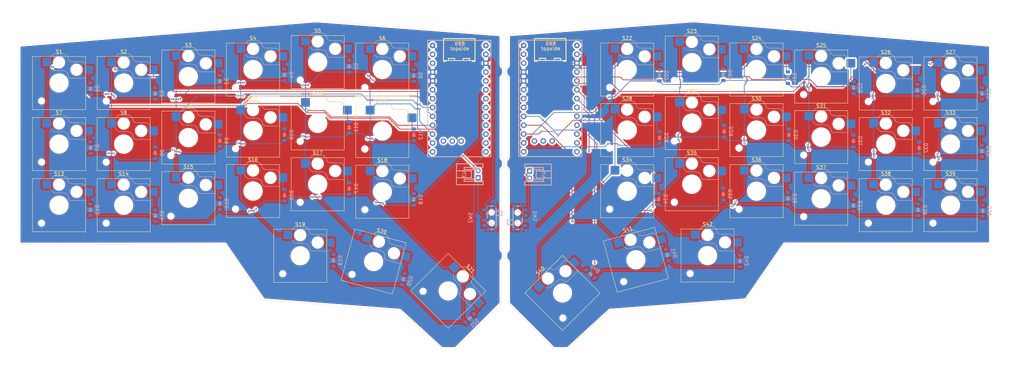
<source format=kicad_pcb>
(kicad_pcb (version 20241229) (generator "pcbnew") (generator_version "9.0")
  (layers (0 "F.Cu" signal) (2 "B.Cu" signal) (13 "F.Paste" user) (15 "B.Paste" user) (5 "F.SilkS" user "F.Silkscreen") (7 "B.SilkS" user "B.Silkscreen") (1 "F.Mask" user) (3 "B.Mask" user) (25 "Edge.Cuts" user))
  (net 0 "")
  (net 1 "Net-(D1-A)")
  (net 2 "L-R0")
  (net 3 "Net-(D2-A)")
  (net 4 "Net-(D3-A)")
  (net 5 "Net-(D4-A)")
  (net 6 "Net-(D5-A)")
  (net 7 "Net-(D6-A)")
  (net 8 "Net-(D7-A)")
  (net 9 "Net-(D8-A)")
  (net 10 "Net-(D9-A)")
  (net 11 "Net-(D10-A)")
  (net 12 "Net-(D11-A)")
  (net 13 "Net-(D12-A)")
  (net 14 "Net-(D13-A)")
  (net 15 "Net-(D14-A)")
  (net 16 "Net-(D15-A)")
  (net 17 "Net-(D16-A)")
  (net 18 "Net-(D17-A)")
  (net 19 "Net-(D18-A)")
  (net 20 "Net-(D19-A)")
  (net 21 "Net-(D20-A)")
  (net 22 "Net-(D21-A)")
  (net 23 "Net-(D22-A)")
  (net 24 "Net-(D23-A)")
  (net 25 "Net-(D24-A)")
  (net 26 "Net-(D25-A)")
  (net 27 "Net-(D26-A)")
  (net 28 "Net-(D27-A)")
  (net 29 "Net-(D28-A)")
  (net 30 "Net-(D29-A)")
  (net 31 "Net-(D30-A)")
  (net 32 "Net-(D31-A)")
  (net 33 "Net-(D32-A)")
  (net 34 "Net-(D33-A)")
  (net 35 "Net-(D34-A)")
  (net 36 "Net-(D35-A)")
  (net 37 "Net-(D36-A)")
  (net 38 "L-BAT+")
  (net 39 "L-GND")
  (net 40 "R-GND")
  (net 41 "R-BAT+")
  (net 42 "R-B+")
  (net 44 "L-R1")
  (net 45 "L-R2")
  (net 46 "L-R3")
  (net 47 "R-R0")
  (net 48 "R-R1")
  (net 50 "L-B+")
  (net 51 "R-R2")
  (net 52 "Net-(D37-A)")
  (net 53 "Net-(D38-A)")
  (net 54 "Net-(D39-A)")
  (net 55 "R-R3")
  (net 56 "Net-(D40-A)")
  (net 57 "Net-(D41-A)")
  (net 58 "Net-(D42-A)")
  (net 59 "L-C0")
  (net 60 "L-C1")
  (net 61 "L-C2")
  (net 62 "L-C3")
  (net 63 "L-C4")
  (net 64 "L-C5")
  (net 65 "R-C5")
  (net 66 "R-C4")
  (net 67 "R-C3")
  (net 68 "R-C2")
  (net 69 "R-C1")
  (net 70 "R-C0")
  (net 99 "L-B-")
  (net 100 "R-B-")
  (footprint "ScottoKeebs_Hotswap:Hotswap_Choc_V2_1.00u" (layer "F.Cu") (at 287.695009 63.04)
    (property "Reference" "S26")
    (property "Value" "Keyswitch")
  )
  (footprint "ScottoKeebs_Hotswap:Hotswap_Choc_V2_1.00u" (layer "F.Cu") (at 88.1495 78.549)
    (property "Reference" "S9")
    (property "Value" "Keyswitch")
  )
  (footprint "ScottoKeebs_Hotswap:Hotswap_Choc_V2_1.00u" (layer "F.Cu") (at 125.1495 56.9)
    (property "Reference" "S5")
    (property "Value" "Keyswitch")
  )
  (footprint "ScottoKeebs_Hotswap:Hotswap_Choc_V2_1.00u" (layer "F.Cu") (at 125.1495 74.451)
    (property "Reference" "S11")
    (property "Value" "Keyswitch")
  )
  (footprint "ScottoKeebs_Hotswap:Hotswap_Choc_V2_1.00u" (layer "F.Cu") (at 232.195009 91.89)
    (property "Reference" "S35")
    (property "Value" "Keyswitch")
  )
  (footprint "ScottoKeebs_Hotswap:Hotswap_Choc_V2_1.00u" (layer "F.Cu") (at 269.195009 96.04)
    (property "Reference" "S37")
    (property "Value" "Keyswitch")
  )
  (footprint "ScottoKeebs_Hotswap:Hotswap_Choc_V2_1.00u" (layer "F.Cu") (at 195.195009 123.04 45)
    (property "Reference" "S40")
    (property "Value" "Keyswitch")
  )
  (footprint "ScottoKeebs_Hotswap:Hotswap_Choc_V2_1.00u" (layer "F.Cu") (at 306.195009 80.391)
    (property "Reference" "S33")
    (property "Value" "Keyswitch")
  )
  (footprint "ScottoKeebs_Hotswap:Hotswap_Choc_V2_1.00u" (layer "F.Cu") (at 88.1495 95.9)
    (property "Reference" "S15")
    (property "Value" "Keyswitch")
  )
  (footprint "ScottoKeebs_Hotswap:Hotswap_Choc_V2_1.00u" (layer "F.Cu") (at 216.195009 113.54 15)
    (property "Reference" "S41")
    (property "Value" "Keyswitch")
  )
  (footprint "ScottoKeebs_Hotswap:Hotswap_Choc_V2_1.00u" (layer "F.Cu") (at 232.195009 74.391)
    (property "Reference" "S29")
    (property "Value" "Keyswitch")
  )
  (footprint "ScottoKeebs_Hotswap:Hotswap_Choc_V2_1.00u" (layer "F.Cu") (at 162.482775 122.465726 -45)
    (property "Reference" "S21")
    (property "Value" "Keyswitch")
  )
  (footprint "ScottoKeebs_Hotswap:Hotswap_Choc_V2_1.00u" (layer "F.Cu") (at 250.695009 59.04)
    (property "Reference" "S24")
    (property "Value" "Keyswitch")
  )
  (footprint "ScottoKeebs_Hotswap:Hotswap_Choc_V2_1.00u" (layer "F.Cu") (at 106.6495 93.849)
    (property "Reference" "S16")
    (property "Value" "Keyswitch")
  )
  (footprint "ScottoKeebs_Hotswap:Hotswap_Choc_V2_1.00u" (layer "F.Cu") (at 143.6495 76.649)
    (property "Reference" "S12")
    (property "Value" "Keyswitch")
  )
  (footprint "ScottoKeebs_Hotswap:Hotswap_Choc_V2_1.00u" (layer "F.Cu") (at 69.6495 97.9)
    (property "Reference" "S14")
    (property "Value" "Keyswitch")
  )
  (footprint "ScottoKeebs_Hotswap:Hotswap_Choc_V2_1.00u" (layer "F.Cu") (at 269.195009 61.04)
    (property "Reference" "S25")
    (property "Value" "Keyswitch")
  )
  (footprint "ScottoKeebs_Hotswap:Hotswap_Choc_V2_1.00u" (layer "F.Cu") (at 213.695009 59.04)
    (property "Reference" "S22")
    (property "Value" "Keyswitch")
  )
  (footprint "ScottoKeebs_Hotswap:Hotswap_Choc_V2_1.00u" (layer "F.Cu") (at 69.6495 80.4)
    (property "Reference" "S8")
    (property "Value" "Keyswitch")
  )
  (footprint "ScottoKeebs_Hotswap:Hotswap_Choc_V2_1.00u" (layer "F.Cu") (at 269.195009 78.391)
    (property "Reference" "S31")
    (property "Value" "Keyswitch")
  )
  (footprint "ScottoKeebs_Hotswap:Hotswap_Choc_V2_1.00u" (layer "F.Cu") (at 287.695009 80.391)
    (property "Reference" "S32")
    (property "Value" "Keyswitch")
  )
  (footprint "ScottoKeebs_Hotswap:Hotswap_Choc_V2_1.00u" (layer "F.Cu") (at 88.1495 61.049)
    (property "Reference" "S3")
    (property "Value" "Keyswitch")
  )
  (footprint "ScottoKeebs_Hotswap:Hotswap_Choc_V2_1.00u" (layer "F.Cu") (at 213.695009 76.391)
    (property "Reference" "S28")
    (property "Value" "Keyswitch")
  )
  (footprint "ScottoKeebs_Hotswap:Hotswap_Choc_V2_1.00u" (layer "F.Cu") (at 287.695009 97.891)
    (property "Reference" "S38")
    (property "Value" "Keyswitch")
  )
  (footprint "ScottoKeebs_Hotswap:Hotswap_Choc_V2_1.00u" (layer "F.Cu") (at 69.6495 62.9)
    (property "Reference" "S2")
    (property "Value" "Keyswitch")
  )
  (footprint "ScottoKeebs_Hotswap:Hotswap_Choc_V2_1.00u" (layer "F.Cu") (at 306.195009 97.891)
    (property "Reference" "S39")
    (property "Value" "Keyswitch")
  )
  (footprint "ScottoKeebs_Hotswap:Hotswap_Choc_V2_1.00u" (layer "F.Cu") (at 213.695009 93.891)
    (property "Reference" "S34")
    (property "Value" "Keyswitch")
  )
  (footprint "ScottoKeebs_Hotswap:Hotswap_Choc_V2_1.00u" (layer "F.Cu") (at 236.695009 112.34)
    (property "Reference" "S42")
    (property "Value" "Keyswitch")
  )
  (footprint "ScottoKeebs_Hotswap:Hotswap_Choc_V2_1.00u" (layer "F.Cu") (at 141.1495 114.049 -15)
    (property "Reference" "S20")
    (property "Value" "Keyswitch")
  )
  (footprint "ScottoKeebs_Hotswap:Hotswap_Choc_V2_1.00u" (layer "F.Cu") (at 51.1495 97.9)
    (property "Reference" "S13")
    (property "Value" "Keyswitch")
  )
  (footprint "ScottoKeebs_Hotswap:Hotswap_Choc_V2_1.00u" (layer "F.Cu") (at 143.6495 94.049)
    (property "Reference" "S18")
    (property "Value" "Keyswitch")
  )
  (footprint "ScottoKeebs_Hotswap:Hotswap_Choc_V2_1.00u" (layer "F.Cu") (at 51.1495 80.4)
    (property "Reference" "S7")
    (property "Value" "Keyswitch")
  )
  (footprint "Ayaan's Library:SuperMini NRF52840" (layer "F.Cu") (at 184.075 52.12)
    (property "Reference" "U2" (hide yes))
    (property "Value" "nice_nano")
  )
  (footprint "Ayaan's Library:SuperMini NRF52840" (layer "F.Cu") (at 158.029491 52.144531)
    (property "Reference" "U1" (hide yes))
    (property "Value" "nice_nano")
  )
  (footprint "ScottoKeebs_Hotswap:Hotswap_Choc_V2_1.00u" (layer "F.Cu") (at 106.6495 76.549)
    (property "Reference" "S10")
    (property "Value" "Keyswitch")
  )
  (footprint "ScottoKeebs_Hotswap:Hotswap_Choc_V2_1.00u" (layer "F.Cu") (at 143.6495 59.049)
    (property "Reference" "S6")
    (property "Value" "Keyswitch")
  )
  (footprint "ScottoKeebs_Hotswap:Hotswap_Choc_V2_1.00u" (layer "F.Cu") (at 106.6495 59.049)
    (property "Reference" "S4")
    (property "Value" "Keyswitch")
  )
  (footprint "ScottoKeebs_Hotswap:Hotswap_Choc_V2_1.00u" (layer "F.Cu") (at 125.1495 91.9)
    (property "Reference" "S17")
    (property "Value" "Keyswitch")
  )
  (footprint "ScottoKeebs_Hotswap:Hotswap_Choc_V2_1.00u" (layer "F.Cu") (at 306.195009 63.04)
    (property "Reference" "S27")
    (property "Value" "Keyswitch")
  )
  (footprint "ScottoKeebs_Hotswap:Hotswap_Choc_V2_1.00u" (layer "F.Cu") (at 250.695009 93.891)
    (property "Reference" "S36")
    (property "Value" "Keyswitch")
  )
  (footprint "ScottoKeebs_Hotswap:Hotswap_Choc_V2_1.00u" (layer "F.Cu") (at 250.695009 76.391)
    (property "Reference" "S30")
    (property "Value" "Keyswitch")
  )
  (footprint "ScottoKeebs_Hotswap:Hotswap_Choc_V2_1.00u" (layer "F.Cu") (at 232.195009 57.04)
    (property "Reference" "S23")
    (property "Value" "Keyswitch")
  )
  (footprint "ScottoKeebs_Hotswap:Hotswap_Choc_V2_1.00u" (layer "F.Cu") (at 120.1495 112.4)
    (property "Reference" "S19")
    (property "Value" "Keyswitch")
  )
  (footprint "ScottoKeebs_Hotswap:Hotswap_Choc_V2_1.00u" (layer "F.Cu") (at 51.1495 62.9)
    (property "Reference" "S1")
    (property "Value" "Keyswitch")
  )
  (footprint "ScottoKeebs_Components:Diode_SOD-123" (layer "B.Cu") (at 203.195009 117.62 135)
    (property "Reference" "D40")
    (property "Value" "Diode")
  )
  (footprint "ScottoKeebs_Components:Diode_SOD-123" (layer "B.Cu") (at 225.195009 112.12 105)
    (property "Reference" "D41")
    (property "Value" "Diode")
  )
  (footprint "ScottoKeebs_Components:Diode_SOD-123" (layer "B.Cu") (at 60.1495 99.199 90)
    (property "Reference" "D13")
    (property "Value" "Diode")
  )
  (footprint "ScottoKeebs_Components:Diode_SOD-123" (layer "B.Cu") (at 134.1495 93.1 90)
    (property "Reference" "D17")
    (property "Value" "Diode")
  )
  (footprint "ScottoKeebs_Components:Diode_SOD-123" (layer "B.Cu") (at 78.6495 82.899 90)
    (property "Reference" "D8")
    (property "Value" "Diode")
  )
  (footprint "ScottoKeebs_Components:Diode_SOD-123" (layer "B.Cu") (at 259.695009 61.37 90)
    (property "Reference" "D24")
    (property "Value" "Diode")
  )
  (footprint "ScottoKeebs_Components:Diode_SOD-123" (layer "B.Cu") (at 152.6495 60.749 90)
    (property "Reference" "D6")
    (property "Value" "Diode")
  )
  (footprint "ScottoKeebs_Components:Diode_SOD-123" (layer "B.Cu") (at 296.945009 99.22 90)
    (property "Reference" "D38")
    (property "Value" "Diode")
  )
  (footprint "ScottoKeebs_Components:Diode_SOD-123" (layer "B.Cu") (at 168.6495 130.299 45)
    (property "Reference" "D21")
    (property "Value" "Diode")
  )
  (footprint "ScottoKeebs_Components:Diode_SOD-123" (layer "B.Cu") (at 97.1495 62.399 90)
    (property "Reference" "D3")
    (property "Value" "Diode")
  )
  (footprint "ScottoKeebs_Components:Diode_SOD-123" (layer "B.Cu") (at 241.445009 76.72 90)
    (property "Reference" "D29")
    (property "Value" "Diode")
  )
  (footprint "ScottoKeebs_Components:Diode_SOD-123" (layer "B.Cu") (at 259.945009 77.72 90)
    (property "Reference" "D30")
    (property "Value" "Diode")
  )
  (footprint "ScottoKeebs_Components:Diode_SOD-123" (layer "B.Cu") (at 245.945009 113.87 90)
    (property "Reference" "D42")
    (property "Value" "Diode")
  )
  (footprint "ScottoKeebs_Components:Diode_SOD-123" (layer "B.Cu") (at 60.1495 64.549 90)
    (property "Reference" "D1")
    (property "Value" "Diode")
  )
  (footprint "ScottoKeebs_Components:Diode_SOD-123" (layer "B.Cu") (at 315.195009 82.37 90)
    (property "Reference" "D33")
    (property "Value" "Diode")
  )
  (footprint "easyeda2kicad:SW-SMD_MK-12C03-G015" (layer "B.Cu") (at 182.83 101.51 90)
    (property "Reference" "SW1")
    (property "Value" "MK-12C03-G015")
  )
  (footprint "ScottoKeebs_Components:Diode_SOD-123" (layer "B.Cu") (at 278.445009 79.47 90)
    (property "Reference" "D31")
    (property "Value" "Diode")
  )
  (footprint "ScottoKeebs_Components:Diode_SOD-123" (layer "B.Cu") (at 315.445009 99.47 90)
    (property "Reference" "D39")
    (property "Value" "Diode")
  )
  (footprint "ScottoKeebs_Components:Diode_SOD-123" (layer "B.Cu") (at 60.1495 81.399 90)
    (property "Reference" "D7")
    (property "Value" "Diode")
  )
  (footprint "ScottoKeebs_Components:Diode_SOD-123" (layer "B.Cu") (at 278.445009 97.97 90)
    (property "Reference" "D37")
    (property "Value" "Diode")
  )
  (footprint "ScottoKeebs_Components:Diode_SOD-123" (layer "B.Cu") (at 129.649501 113.699 90)
    (property "Reference" "D19")
    (property "Value" "Diode")
  )
  (footprint "ScottoKeebs_Components:Diode_SOD-123" (layer "B.Cu") (at 296.695009 64.97 90)
    (property "Reference" "D26")
    (property "Value" "Diode")
  )
  (footprint "easyeda2kicad:SW-SMD_MK-12C03-G015" (layer "B.Cu") (at 174.44 101.49 -90)
    (property "Reference" "SW2")
    (property "Value" "MK-12C03-G015")
  )
  (footprint "ScottoKeebs_Components:Diode_SOD-123" (layer "B.Cu") (at 152.6495 77.749 90)
    (property "Reference" "D12")
    (property "Value" "Diode")
  )
  (footprint "ScottoKeebs_Components:Diode_SOD-123" (layer "B.Cu") (at 97.1495 97.399 90)
    (property "Reference" "D15")
    (property "Value" "Diode")
  )
  (footprint "ScottoKeebs_Components:Diode_SOD-123" (layer "B.Cu") (at 152.6495 96.249 90)
    (property "Reference" "D18")
    (property "Value" "Diode")
  )
  (footprint "easyeda2kicad:CONN-TH_S2B-PH-K-S-LF-SN" (layer "B.Cu") (at 185.780001 89.120001 90)
    (property "Reference" "U4")
    (property "Value" "S2B-PH-K-S(LF)(SN)")
  )
  (footprint "ScottoKeebs_Components:Diode_SOD-123" (layer "B.Cu") (at 134.1495 58.1 90)
    (property "Reference" "D5")
    (property "Value" "Diode")
  )
  (footprint "ScottoKeebs_Components:Diode_SOD-123" (layer "B.Cu") (at 297.195009 81.47 90)
    (property "Reference" "D32")
    (property "Value" "Diode")
  )
  (footprint "ScottoKeebs_Components:Diode_SOD-123" (layer "B.Cu") (at 115.6495 60.549 90)
    (property "Reference" "D4")
    (property "Value" "Diode")
  )
  (footprint "ScottoKeebs_Components:Diode_SOD-123" (layer "B.Cu") (at 78.6495 100.899 90)
    (property "Reference" "D14")
    (property "Value" "Diode")
  )
  (footprint "ScottoKeebs_Components:Diode_SOD-123" (layer "B.Cu") (at 115.6495 77.699 90)
    (property "Reference" "D10")
    (property "Value" "Diode")
  )
  (footprint "ScottoKeebs_Components:Diode_SOD-123" (layer "B.Cu") (at 115.6495 95.049 90)
    (property "Reference" "D16")
    (property "Value" "Diode")
  )
  (footprint "ScottoKeebs_Components:Diode_SOD-123" (layer "B.Cu") (at 78.6495 65.899 90)
    (property "Reference" "D2")
    (property "Value" "Diode")
  )
  (footprint "ScottoKeebs_Components:Diode_SOD-123" (layer "B.Cu") (at 278.445009 64.22 90)
    (property "Reference" "D25")
    (property "Value" "Diode")
  )
  (footprint "ScottoKeebs_Components:Diode_SOD-123" (layer "B.Cu") (at 241.195009 60.52 90)
    (property "Reference" "D23")
    (property "Value" "Diode")
  )
  (footprint "ScottoKeebs_Components:Diode_SOD-123" (layer "B.Cu") (at 222.945008 60.72 90)
    (property "Reference" "D22")
    (property "Value" "Diode")
  )
  (footprint "ScottoKeebs_Components:Diode_SOD-123" (layer "B.Cu") (at 222.695009 96.12 90)
    (property "Reference" "D34")
    (property "Value" "Diode")
  )
  (footprint "ScottoKeebs_Components:Diode_SOD-123" (layer "B.Cu") (at 149.6495 119.049 75)
    (property "Reference" "D20")
    (property "Value" "Diode")
  )
  (footprint "ScottoKeebs_Components:Diode_SOD-123" (layer "B.Cu") (at 97.1495 79.399 90)
    (property "Reference" "D9")
    (property "Value" "Diode")
  )
  (footprint "ScottoKeebs_Components:Diode_SOD-123" (layer "B.Cu") (at 315.195009 65.87 90)
    (property "Reference" "D27")
    (property "Value" "Diode")
  )
  (footprint "ScottoKeebs_Components:Diode_SOD-123" (layer "B.Cu") (at 241.195009 94.72 90)
    (property "Reference" "D35")
    (property "Value" "Diode")
  )
  (footprint "easyeda2kicad:CONN-TH_S2B-PH-K-S-LF-SN" (layer "B.Cu") (at 171.049499 89.049001 -90)
    (property "Reference" "U3")
    (property "Value" "S2B-PH-K-S(LF)(SN)")
  )
  (footprint "ScottoKeebs_Components:Diode_SOD-123" (layer "B.Cu") (at 134.1495 75.6 90)
    (property "Reference" "D11")
    (property "Value" "Diode")
  )
  (footprint "ScottoKeebs_Components:Diode_SOD-123" (layer "B.Cu") (at 259.695009 95.97 90)
    (property "Reference" "D36")
    (property "Value" "Diode")
  )
  (footprint "ScottoKeebs_Components:Diode_SOD-123" (layer "B.Cu") (at 222.945009 78.52 90)
    (property "Reference" "D28")
    (property "Value" "Diode")
  )
  (gr_line (start 124.6495 45.049) (end 177.6495 49.049) (stroke (width 0.05)) (layer "Edge.Cuts"))
  (gr_line (start 179.655186 114.31893) (end 179.695009 126.04) (stroke (width 0.05)) (layer "Edge.Cuts"))
  (gr_line (start 177.6495 126.049) (end 164.638012 139.04) (stroke (width 0.05)) (layer "Edge.Cuts"))
  (gr_line (start 232.695009 45.04) (end 179.695009 49.04) (stroke (width 0.05)) (layer "Edge.Cuts"))
  (gr_arc (start 179.654984 110.354565) (mid 179.354768 111.079349) (end 178.629984 111.379565) (stroke (width 0.05)) (layer "Edge.Cuts"))
  (gr_line (start 179.665202 87.959365) (end 179.654984 110.354565) (stroke (width 0.05)) (layer "Edge.Cuts"))
  (gr_arc (start 177.604969 114.31913) (mid 177.905185 113.594348) (end 178.629968 113.294134) (stroke (width 0.05)) (layer "Edge.Cuts"))
  (gr_line (start 148.6495 128.049) (end 109.6495 125.049) (stroke (width 0.05)) (layer "Edge.Cuts"))
  (gr_circle (center 178.59 86.43) (end 178.826185 86.6) (stroke (width 0.05)) (fill no) (layer "Edge.Cuts"))
  (gr_line (start 208.695009 128.04) (end 247.695009 125.04) (stroke (width 0.05)) (layer "Edge.Cuts"))
  (gr_line (start 160.633905 139.04) (end 164.637191 139.04) (stroke (width 0.05)) (layer "Edge.Cuts"))
  (gr_line (start 177.6495 49.049) (end 177.65 57.65) (stroke (width 0.05)) (layer "Edge.Cuts"))
  (gr_arc (start 178.64 86.934569) (mid 179.364784 87.234784) (end 179.665002 87.959566) (stroke (width 0.05)) (layer "Edge.Cuts"))
  (gr_line (start 109.6495 125.049) (end 98.6495 109.049) (stroke (width 0.05)) (layer "Edge.Cuts"))
  (gr_arc (start 178.675 58.675) (mid 177.950216 58.374784) (end 177.65 57.65) (stroke (width 0.05)) (layer "Edge.Cuts"))
  (gr_circle (center 178.64 111.908996) (end 178.876185 112.078996) (stroke (width 0.05)) (fill no) (layer "Edge.Cuts"))
  (gr_line (start 192.695009 139.04) (end 196.695009 139.04) (stroke (width 0.05)) (layer "Edge.Cuts"))
  (gr_line (start 258.695009 109.04) (end 317.695009 109.04) (stroke (width 0.05)) (layer "Edge.Cuts"))
  (gr_line (start 179.695009 49.04) (end 179.7 57.65) (stroke (width 0.05)) (layer "Edge.Cuts"))
  (gr_circle (center 178.59 85.6) (end 178.826185 85.77) (stroke (width 0.05)) (fill no) (layer "Edge.Cuts"))
  (gr_arc (start 179.665 83.995) (mid 179.364784 84.719784) (end 178.64 85.02) (stroke (width 0.05)) (layer "Edge.Cuts"))
  (gr_line (start 247.695009 125.04) (end 258.695009 109.04) (stroke (width 0.05)) (layer "Edge.Cuts"))
  (gr_arc (start 178.650216 60.574785) (mid 179.374998 60.875) (end 179.675218 61.599782) (stroke (width 0.05)) (layer "Edge.Cuts"))
  (gr_line (start 317.695009 52.04) (end 232.695009 45.04) (stroke (width 0.05)) (layer "Edge.Cuts"))
  (gr_circle (center 178.67 59.19) (end 178.906185 59.36) (stroke (width 0.05)) (fill no) (layer "Edge.Cuts"))
  (gr_line (start 39.6495 52.049) (end 124.6495 45.049) (stroke (width 0.05)) (layer "Edge.Cuts"))
  (gr_line (start 39.6495 109.1) (end 39.6495 52.049) (stroke (width 0.05)) (layer "Edge.Cuts"))
  (gr_line (start 160.635529 139.03488) (end 148.6495 128.049) (stroke (width 0.05)) (layer "Edge.Cuts"))
  (gr_line (start 179.675218 61.5998) (end 179.665 83.995) (stroke (width 0.05)) (layer "Edge.Cuts"))
  (gr_circle (center 178.64 112.738996) (end 178.876185 112.908996) (stroke (width 0.05)) (fill no) (layer "Edge.Cuts"))
  (gr_line (start 196.695009 139.04) (end 208.695009 128.04) (stroke (width 0.05)) (layer "Edge.Cuts"))
  (gr_circle (center 178.67 60.02) (end 178.906185 60.19) (stroke (width 0.05)) (fill no) (layer "Edge.Cuts"))
  (gr_line (start 177.625001 61.6) (end 177.615 83.994999) (stroke (width 0.05)) (layer "Edge.Cuts"))
  (gr_line (start 179.695009 126.04) (end 192.695009 139.04) (stroke (width 0.05)) (layer "Edge.Cuts"))
  (gr_arc (start 177.625001 61.599996) (mid 177.925217 60.875214) (end 178.65 60.575) (stroke (width 0.05)) (layer "Edge.Cuts"))
  (gr_arc (start 178.629984 111.379564) (mid 177.9052 111.079348) (end 177.604984 110.354564) (stroke (width 0.05)) (layer "Edge.Cuts"))
  (gr_arc (start 178.629984 113.294134) (mid 179.354768 113.594349) (end 179.654986 114.319131) (stroke (width 0.05)) (layer "Edge.Cuts"))
  (gr_line (start 98.6495 109.049) (end 39.6495 109.1) (stroke (width 0.05)) (layer "Edge.Cuts"))
  (gr_line (start 177.604969 114.31913) (end 177.6495 126.049) (stroke (width 0.05)) (layer "Edge.Cuts"))
  (gr_line (start 177.614985 87.959565) (end 177.604984 110.354564) (stroke (width 0.05)) (layer "Edge.Cuts"))
  (gr_line (start 317.695009 109.04) (end 317.695009 52.04) (stroke (width 0.05)) (layer "Edge.Cuts"))
  (gr_arc (start 179.7 57.65) (mid 179.399784 58.374784) (end 178.675 58.675) (stroke (width 0.05)) (layer "Edge.Cuts"))
  (gr_arc (start 178.64 85.019999) (mid 177.915216 84.719783) (end 177.615 83.994999) (stroke (width 0.05)) (layer "Edge.Cuts"))
  (gr_arc (start 177.614985 87.959565) (mid 177.915201 87.234783) (end 178.639984 86.934569) (stroke (width 0.05)) (layer "Edge.Cuts"))
  (segment (start 59.6495 59.1) (end 59.6495 62.399) (width 0.2) (layer "B.Cu") (net 1))
  (segment (start 59.6495 62.399) (end 60.1495 62.899) (width 0.2) (layer "B.Cu") (net 1))
  (segment (start 83.6495 67.549) (end 85.6495 67.549) (width 0.2) (layer "F.Cu") (net 2))
  (segment (start 121.0495 63.549) (end 122.3995 63.549) (width 0.2) (layer "F.Cu") (net 2))
  (segment (start 66.1495 66.049) (end 66.8995 66.799) (width 0.2) (layer "F.Cu") (net 2))
  (segment (start 139.6495 60.799) (end 140.8995 62.049) (width 0.2) (layer "F.Cu") (net 2))
  (segment (start 102.5495 62.799) (end 103.8995 62.799) (width 0.2) (layer "F.Cu") (net 2))
  (segment (start 139.5495 60.799) (end 139.6495 60.799) (width 0.2) (layer "F.Cu") (net 2))
  (segment (start 64.6495 66.049) (end 66.1495 66.049) (width 0.2) (layer "F.Cu") (net 2))
  (via (at 122.3995 63.549) (size 0.6) (drill 0.3) (layers "F.Cu" "B.Cu") (net 2))
  (via (at 64.6495 66.049) (size 0.6) (drill 0.3) (layers "F.Cu" "B.Cu") (net 2))
  (via (at 139.5495 60.799) (size 0.6) (drill 0.3) (layers "F.Cu" "B.Cu") (net 2))
  (via (at 66.8995 66.799) (size 0.6) (drill 0.3) (layers "F.Cu" "B.Cu") (net 2))
  (via (at 102.5495 62.799) (size 0.6) (drill 0.3) (layers "F.Cu" "B.Cu") (net 2))
  (via (at 140.8995 62.049) (size 0.6) (drill 0.3) (layers "F.Cu" "B.Cu") (net 2))
  (via (at 83.6495 67.549) (size 0.6) (drill 0.3) (layers "F.Cu" "B.Cu") (net 2))
  (via (at 103.8995 62.799) (size 0.6) (drill 0.3) (layers "F.Cu" "B.Cu") (net 2))
  (via (at 85.6495 67.549) (size 0.6) (drill 0.3) (layers "F.Cu" "B.Cu") (net 2))
  (via (at 121.0495 63.549) (size 0.6) (drill 0.3) (layers "F.Cu" "B.Cu") (net 2))
  (segment (start 60.1495 66.199) (end 64.4995 66.199) (width 0.2) (layer "B.Cu") (net 2))
  (segment (start 104.3995 62.799) (end 104.9995 62.199) (width 0.2) (layer "B.Cu") (net 2))
  (segment (start 122.3995 63.549) (end 126.1985 59.75) (width 0.2) (layer "B.Cu") (net 2))
  (segment (start 153.7255 75.78054) (end 153.7255 63.475) (width 0.2) (layer "B.Cu") (net 2))
  (segment (start 104.9995 62.199) (end 115.6495 62.199) (width 0.2) (layer "B.Cu") (net 2))
  (segment (start 115.6495 62.199) (end 116.9995 63.549) (width 0.2) (layer "B.Cu") (net 2))
  (segment (start 134.1495 59.75) (end 138.5005 59.75) (width 0.2) (layer "B.Cu") (net 2))
  (segment (start 78.6495 67.549) (end 83.6495 67.549) (width 0.2) (layer "B.Cu") (net 2))
  (segment (start 138.5005 59.75) (end 139.5495 60.799) (width 0.2) (layer "B.Cu") (net 2))
  (segment (start 140.8995 62.049) (end 141.2495 62.399) (width 0.2) (layer "B.Cu") (net 2))
  (segment (start 89.1495 64.049) (end 97.1495 64.049) (width 0.2) (layer "B.Cu") (net 2))
  (segment (start 64.4995 66.199) (end 64.6495 66.049) (width 0.2) (layer "B.Cu") (net 2))
  (segment (start 126.1985 59.75) (end 134.1495 59.75) (width 0.2) (layer "B.Cu") (net 2))
  (segment (start 141.2495 62.399) (end 152.6495 62.399) (width 0.2) (layer "B.Cu") (net 2))
  (segment (start 116.9995 63.549) (end 121.0495 63.549) (width 0.2) (layer "B.Cu") (net 2))
  (segment (start 153.7255 63.475) (end 152.6495 62.399) (width 0.2) (layer "B.Cu") (net 2))
  (segment (start 67.6495 67.549) (end 78.6495 67.549) (width 0.2) (layer "B.Cu") (net 2))
  (segment (start 85.6495 67.549) (end 89.1495 64.049) (width 0.2) (layer "B.Cu") (net 2))
  (segment (start 103.8995 62.799) (end 104.3995 62.799) (width 0.2) (layer "B.Cu") (net 2))
  (segment (start 158.029491 80.084531) (end 153.7255 75.78054) (width 0.2) (layer "B.Cu") (net 2))
  (segment (start 98.3995 62.799) (end 102.5495 62.799) (width 0.2) (layer "B.Cu") (net 2))
  (segment (start 97.1495 64.049) (end 98.3995 62.799) (width 0.2) (layer "B.Cu") (net 2))
  (segment (start 66.8995 66.799) (end 67.6495 67.549) (width 0.2) (layer "B.Cu") (net 2))
  (segment (start 78.1495 59.1) (end 78.1495 63.049) (width 0.2) (layer "B.Cu") (net 3))
  (segment (start 78.6495 64.249) (end 78.6495 63.549) (width 0.2) (layer "B.Cu") (net 3))
  (segment (start 78.6495 63.549) (end 78.1495 63.049) (width 0.2) (layer "B.Cu") (net 3))
  (segment (start 96.6495 60.249) (end 97.1495 60.749) (width 0.2) (layer "B.Cu") (net 4))
  (segment (start 96.6495 57.249) (end 96.6495 60.249) (width 0.2) (layer "B.Cu") (net 4))
  (segment (start 115.1495 58.399) (end 115.6495 58.899) (width 0.2) (layer "B.Cu") (net 5))
  (segment (start 115.1495 55.249) (end 115.1495 58.399) (width 0.2) (layer "B.Cu") (net 5))
  (segment (start 134.1495 53.6) (end 133.6495 53.1) (width 0.2) (layer "B.Cu") (net 6))
  (segment (start 134.1495 56.45) (end 134.1495 53.6) (width 0.2) (layer "B.Cu") (net 6))
  (segment (start 152.1495 55.249) (end 152.1495 58.599) (width 0.2) (layer "B.Cu") (net 7))
  (segment (start 152.1495 58.599) (end 152.6495 59.099) (width 0.2) (layer "B.Cu") (net 7))
  (segment (start 59.6495 79.249002) (end 60.1495 79.749002) (width 0.2) (layer "B.Cu") (net 8))
  (segment (start 59.6495 76.6) (end 59.6495 79.249002) (width 0.2) (layer "B.Cu") (net 8))
  (segment (start 78.6495 77.1) (end 78.1495 76.6) (width 0.2) (layer "B.Cu") (net 9))
  (segment (start 78.6495 81.249) (end 78.6495 77.1) (width 0.2) (layer "B.Cu") (net 9))
  (segment (start 96.6495 74.749) (end 96.6495 77.249) (width 0.2) (layer "B.Cu") (net 10))
  (segment (start 96.6495 77.249) (end 97.1495 77.749) (width 0.2) (layer "B.Cu") (net 10))
  (segment (start 115.1495 72.749) (end 115.1495 73.049) (width 0.2) (layer "B.Cu") (net 11))
  (segment (start 115.1495 73.049) (end 115.6495 73.549) (width 0.2) (layer "B.Cu") (net 11))
  (segment (start 115.6495 73.549) (end 115.6495 76.049) (width 0.2) (layer "B.Cu") (net 11))
  (segment (start 133.6495 70.651) (end 133.6495 73.45) (width 0.2) (layer "B.Cu") (net 12))
  (segment (start 133.6495 73.45) (end 134.1495 73.95) (width 0.2) (layer "B.Cu") (net 12))
  (segment (start 152.1495 75.599) (end 152.6495 76.099) (width 0.2) (layer "B.Cu") (net 13))
  (segment (start 152.1495 72.849) (end 152.1495 75.599) (width 0.2) (layer "B.Cu") (net 13))
  (segment (start 59.6495 94.1) (end 59.6495 97.049) (width 0.2) (layer "B.Cu") (net 14))
  (segment (start 59.6495 97.049) (end 60.1495 97.549) (width 0.2) (layer "B.Cu") (net 14))
  (segment (start 78.6495 99.249) (end 78.6495 94.6) (width 0.2) (layer "B.Cu") (net 15))
  (segment (start 78.6495 94.6) (end 78.1495 94.1) (width 0.2) (layer "B.Cu") (net 15))
  (segment (start 96.6495 92.1) (end 96.6495 95.249) (width 0.2) (layer "B.Cu") (net 16))
  (segment (start 96.6495 95.249) (end 97.1495 95.749) (width 0.2) (layer "B.Cu") (net 16))
  (segment (start 115.1495 92.899) (end 115.6495 93.399) (width 0.2) (layer "B.Cu") (net 17))
  (segment (start 115.1495 90.049) (end 115.1495 92.899) (width 0.2) (layer "B.Cu") (net 17))
  (segment (start 133.6495 88.1) (end 133.6495 90.95) (width 0.2) (layer "B.Cu") (net 18))
  (segment (start 133.6495 90.95) (end 134.1495 91.45) (width 0.2) (layer "B.Cu") (net 18))
  (segment (start 152.1495 94.099) (end 152.6495 94.599) (width 0.2) (layer "B.Cu") (net 19))
  (segment (start 152.1495 90.249) (end 152.1495 94.099) (width 0.2) (layer "B.Cu") (net 19))
  (segment (start 129.649502 109.600002) (end 128.6495 108.6) (width 0.2) (layer "B.Cu") (net 20))
  (segment (start 129.649502 112.049) (end 129.649502 109.600002) (width 0.2) (layer "B.Cu") (net 20))
  (segment (start 150.343382 112.578444) (end 150.343382 117.188393) (width 0.2) (layer "B.Cu") (net 21))
  (segment (start 150.343382 117.188393) (end 150.076551 117.455224) (width 0.2) (layer "B.Cu") (net 21))
  (segment (start 171.180188 127.768312) (end 169.816225 129.132275) (width 0.2) (layer "B.Cu") (net 22))
  (segment (start 171.180188 125.789129) (end 171.180188 127.768312) (width 0.2) (layer "B.Cu") (net 22))
  (segment (start 222.195009 55.24) (end 222.195009 58.32) (width 0.2) (layer "B.Cu") (net 23))
  (segment (start 222.195009 58.32) (end 222.945009 59.07) (width 0.2) (layer "B.Cu") (net 23))
  (segment (start 240.695009 53.24) (end 240.695009 58.37) (width 0.2) (layer "B.Cu") (net 24))
  (segment (start 240.695009 58.37) (end 241.195009 58.87) (width 0.2) (layer "B.Cu") (net 24))
  (segment (start 259.195009 55.24) (end 259.195009 59.22) (width 0.2) (layer "B.Cu") (net 25))
  (segment (start 259.195009 59.22) (end 259.695009 59.72) (width 0.2) (layer "B.Cu") (net 25))
  (segment (start 277.695009 57.24) (end 277.695009 61.82) (width 0.2) (layer "B.Cu") (net 26))
  (segment (start 277.695009 61.82) (end 278.445009 62.57) (width 0.2) (layer "B.Cu") (net 26))
  (segment (start 296.195009 59.24) (end 296.195009 62.82) (width 0.2) (layer "B.Cu") (net 27))
  (segment (start 296.195009 62.82) (end 296.695009 63.32) (width 0.2) (layer "B.Cu") (net 27))
  (segment (start 314.695009 59.24) (end 314.695009 63.72) (width 0.2) (layer "B.Cu") (net 28))
  (segment (start 314.695009 63.72) (end 315.195009 64.22) (width 0.2) (layer "B.Cu") (net 28))
  (segment (start 222.195009 72.591) (end 222.195009 76.12) (width 0.2) (layer "B.Cu") (net 29))
  (segment (start 222.195009 76.12) (end 222.945009 76.87) (width 0.2) (layer "B.Cu") (net 29))
  (segment (start 240.695009 70.591) (end 240.695009 74.32) (width 0.2) (layer "B.Cu") (net 30))
  (segment (start 240.695009 74.32) (end 241.445009 75.07) (width 0.2) (layer "B.Cu") (net 30))
  (segment (start 259.195009 75.32) (end 259.945009 76.07) (width 0.2) (layer "B.Cu") (net 31))
  (segment (start 259.195009 72.591) (end 259.195009 75.32) (width 0.2) (layer "B.Cu") (net 31))
  (segment (start 277.695009 74.591) (end 277.695009 77.07) (width 0.2) (layer "B.Cu") (net 32))
  (segment (start 277.695009 77.07) (end 278.445009 77.82) (width 0.2) (layer "B.Cu") (net 32))
  (segment (start 296.195009 78.82) (end 297.195009 79.82) (width 0.2) (layer "B.Cu") (net 33))
  (segment (start 296.195009 76.591) (end 296.195009 78.82) (width 0.2) (layer "B.Cu") (net 33))
  (segment (start 314.695009 76.591) (end 314.695009 80.22) (width 0.2) (layer "B.Cu") (net 34))
  (segment (start 314.695009 80.22) (end 315.195009 80.72) (width 0.2) (layer "B.Cu") (net 34))
  (segment (start 222.195009 93.97) (end 222.695009 94.47) (width 0.2) (layer "B.Cu") (net 35))
  (segment (start 222.195009 90.091) (end 222.195009 93.97) (width 0.2) (layer "B.Cu") (net 35))
  (segment (start 240.695009 92.57) (end 241.195009 93.07) (width 0.2) (layer "B.Cu") (net 36))
  (segment (start 240.695009 88.09) (end 240.695009 92.57) (width 0.2) (layer "B.Cu") (net 36))
  (segment (start 259.195009 93.82) (end 259.695009 94.32) (width 0.2) (layer "B.Cu") (net 37))
  (segment (start 259.195009 90.091) (end 259.195009 93.82) (width 0.2) (layer "B.Cu") (net 37))
  (segment (start 172.88 102.24) (end 172.88 101.2795) (width 0.2) (layer "B.Cu") (net 38))
  (segment (start 171.049499 90.049001) (end 171.049499 99.448999) (width 0.2) (layer "B.Cu") (net 38))
  (segment (start 172.88 101.2795) (end 171.049499 99.448999) (width 0.2) (layer "B.Cu") (net 38))
  (segment (start 173.881 98.141) (end 173.881 104.849) (width 0.2) (layer "B.Cu") (net 39))
  (segment (start 174.461 104.859) (end 174.45 104.87) (width 0.2) (layer "B.Cu") (net 39))
  (segment (start 173.881 104.849) (end 173.87 104.86) (width 0.2) (layer "B.Cu") (net 39))
  (segment (start 174.43 98.12) (end 174.461 98.151) (width 0.2) (layer "B.Cu") (net 39))
  (segment (start 173.85 98.11) (end 173.881 98.141) (width 0.2) (layer "B.Cu") (net 39))
  (segment (start 189.15501 57.19999) (end 199.31501 57.19999) (width 0.2) (layer "F.Cu") (net 40))
  (segment (start 184.075 62.28) (end 189.15501 57.19999) (width 0.2) (layer "F.Cu") (net 40))
  (segment (start 184.41 101.23) (end 184.66 101.23) (width 0.2) (layer "B.Cu") (net 41))
  (segment (start 184.779001 89.121001) (end 185.780001 88.120001) (width 0.2) (layer "B.Cu") (net 41))
  (segment (start 184.779001 90.534629) (end 184.779001 89.121001) (width 0.2) (layer "B.Cu") (net 41))
  (segment (start 184.05 101.2) (end 184.3 101.2) (width 0.2) (layer "B.Cu") (net 41))
  (segment (start 185.410998 91.166626) (end 184.779001 90.534629) (width 0.2) (layer "B.Cu") (net 41))
  (segment (start 184.66 101.23) (end 185.410998 100.479002) (width 0.2) (layer "B.Cu") (net 41))
  (segment (start 185.410998 100.479002) (end 185.410998 91.166626) (width 0.2) (layer "B.Cu") (net 41))
  (segment (start 202.77 82.29) (end 202.81 82.25) (width 0.2) (layer "F.Cu") (net 42))
  (segment (start 202.81 82.25) (end 202.81 71.88) (width 0.2) (layer "F.Cu") (net 42))
  (segment (start 202.81 71.88) (end 201.4 70.47) (width 0.2) (layer "F.Cu") (net 42))
  (via (at 201.4 70.47) (size 0.6) (drill 0.3) (layers "F.Cu" "B.Cu") (net 42))
  (via (at 202.77 82.29) (size 0.6) (drill 0.3) (layers "F.Cu" "B.Cu") (net 42))
  (segment (start 201.4 70.47) (end 201.4 55.59) (width 0.2) (layer "B.Cu") (net 42))
  (segment (start 200.46999 54.65999) (end 199.31501 54.65999) (width 0.2) (layer "B.Cu") (net 42))
  (segment (start 188.11 103.81) (end 202.77 89.15) (width 0.2) (layer "B.Cu") (net 42))
  (segment (start 201.4 55.59) (end 200.46999 54.65999) (width 0.2) (layer "B.Cu") (net 42))
  (segment (start 202.77 89.15) (end 202.77 82.29) (width 0.2) (layer "B.Cu") (net 42))
  (segment (start 122.2495 78.299) (end 121.2995 78.299) (width 0.2) (layer "F.Cu") (net 44))
  (segment (start 84.3995 82.549) (end 83.8995 82.049) (width 0.2) (layer "F.Cu") (net 44))
  (segment (start 103.7495 80.299) (end 102.7995 80.299) (width 0.2) (layer "F.Cu") (net 44))
  (segment (start 121.2995 78.299) (end 121.0495 78.049) (width 0.2) (layer "F.Cu") (net 44))
  (segment (start 140.7495 78.799) (end 139.3995 78.799) (width 0.2) (layer "F.Cu") (net 44))
  (segment (start 85.3995 82.549) (end 84.3995 82.549) (width 0.2) (layer "F.Cu") (net 44))
  (segment (start 66.7495 83.049) (end 65.3995 83.049) (width 0.2) (layer "F.Cu") (net 44))
  (segment (start 102.7995 80.299) (end 102.5495 80.049) (width 0.2) (layer "F.Cu") (net 44))
  (via (at 65.3995 83.049) (size 0.6) (drill 0.3) (layers "F.Cu" "B.Cu") (net 44))
  (via (at 121.0495 78.049) (size 0.6) (drill 0.3) (layers "F.Cu" "B.Cu") (net 44))
  (via (at 83.8995 82.049) (size 0.6) (drill 0.3) (layers "F.Cu" "B.Cu") (net 44))
  (via (at 85.3995 82.549) (size 0.6) (drill 0.3) (layers "F.Cu" "B.Cu") (net 44))
  (via (at 102.5495 80.049) (size 0.6) (drill 0.3) (layers "F.Cu" "B.Cu") (net 44))
  (via (at 140.7495 78.799) (size 0.6) (drill 0.3) (layers "F.Cu" "B.Cu") (net 44))
  (via (at 103.7495 80.299) (size 0.6) (drill 0.3) (layers "F.Cu" "B.Cu") (net 44))
  (via (at 66.7495 83.049) (size 0.6) (drill 0.3) (layers "F.Cu" "B.Cu") (net 44))
  (via (at 122.2495 78.299) (size 0.6) (drill 0.3) (layers "F.Cu" "B.Cu") (net 44))
  (via (at 139.3995 78.799) (size 0.6) (drill 0.3) (layers "F.Cu" "B.Cu") (net 44))
  (segment (start 102.5495 80.049) (end 98.1495 80.049) (width 0.2) (layer "B.Cu") (net 44))
  (segment (start 95.3995 82.799) (end 85.6495 82.799) (width 0.2) (layer "B.Cu") (net 44))
  (segment (start 65.3995 83.049) (end 64.6495 83.049) (width 0.2) (layer "B.Cu") (net 44))
  (segment (start 152.7495 79.399) (end 155.975031 82.624531) (width 0.2) (layer "B.Cu") (net 44))
  (segment (start 141.4755 79.525) (end 140.7495 78.799) (width 0.2) (layer "B.Cu") (net 44))
  (segment (start 68.4995 84.799) (end 66.7495 83.049) (width 0.2) (layer "B.Cu") (net 44))
  (segment (start 152.6495 79.399) (end 152.5235 79.525) (width 0.2) (layer "B.Cu") (net 44))
  (segment (start 139.3995 78.799) (end 137.8505 77.25) (width 0.2) (layer "B.Cu") (net 44))
  (segment (start 83.8995 82.049) (end 81.1495 82.049) (width 0.2) (layer "B.Cu") (net 44))
  (segment (start 137.8505 77.25) (end 134.1495 77.25) (width 0.2) (layer "B.Cu") (net 44))
  (segment (start 98.1495 80.049) (end 97.1495 81.049) (width 0.2) (layer "B.Cu") (net 44))
  (segment (start 64.6495 83.049) (end 64.649498 83.048998) (width 0.2) (layer "B.Cu") (net 44))
  (segment (start 81.1495 82.049) (end 78.6495 84.549) (width 0.2) (layer "B.Cu") (net 44))
  (segment (start 133.1005 78.299) (end 122.2495 78.299) (width 0.2) (layer "B.Cu") (net 44))
  (segment (start 134.1495 77.25) (end 133.1005 78.299) (width 0.2) (layer "B.Cu") (net 44))
  (segment (start 78.3995 84.799) (end 68.4995 84.799) (width 0.2) (layer "B.Cu") (net 44))
  (segment (start 152.6495 79.399) (end 152.7495 79.399) (width 0.2) (layer "B.Cu") (net 44))
  (segment (start 116.9495 78.049) (end 115.6495 79.349) (width 0.2) (layer "B.Cu") (net 44))
  (segment (start 85.6495 82.799) (end 85.3995 82.549) (width 0.2) (layer "B.Cu") (net 44))
  (segment (start 97.1495 81.049) (end 95.3995 82.799) (width 0.2) (layer "B.Cu") (net 44))
  (segment (start 114.6995 80.299) (end 103.7495 80.299) (width 0.2) (layer "B.Cu") (net 44))
  (segment (start 152.5235 79.525) (end 141.4755 79.525) (width 0.2) (layer "B.Cu") (net 44))
  (segment (start 155.975031 82.624531) (end 158.029491 82.624531) (width 0.2) (layer "B.Cu") (net 44))
  (segment (start 115.6495 79.349) (end 114.6995 80.299) (width 0.2) (layer "B.Cu") (net 44))
  (segment (start 121.0495 78.049) (end 116.9495 78.049) (width 0.2) (layer "B.Cu") (net 44))
  (segment (start 64.649498 83.048998) (end 60.1495 83.048998) (width 0.2) (layer "B.Cu") (net 44))
  (segment (start 78.6495 84.549) (end 78.3995 84.799) (width 0.2) (layer "B.Cu") (net 44))
  (segment (start 106.8995 99.549) (end 107.3995 99.049) (width 0.2) (layer "F.Cu") (net 45))
  (segment (start 143.513656 97.131904) (end 143.790126 97.408374) (width 0.2) (layer "F.Cu") (net 45))
  (segment (start 123.6495 95.549) (end 125.6495 95.549) (width 0.2) (layer "F.Cu") (net 45))
  (segment (start 141.816596 97.131904) (end 143.513656 97.131904) (width 0.2) (layer "F.Cu") (net 45))
  (segment (start 105.6495 99.549) (end 106.8995 99.549) (width 0.2) (layer "F.Cu") (net 45))
  (via (at 105.6495 99.549) (size 0.6) (drill 0.3) (layers "F.Cu" "B.Cu") (net 45))
  (via (at 107.3995 99.049) (size 0.6) (drill 0.3) (layers "F.Cu" "B.Cu") (net 45))
  (via (at 141.816596 97.131904) (size 0.6) (drill 0.3) (layers "F.Cu" "B.Cu") (net 45))
  (via (at 123.6495 95.549) (size 0.6) (drill 0.3) (layers "F.Cu" "B.Cu") (net 45))
  (via (at 143.790126 97.408374) (size 0.6) (drill 0.3) (layers "F.Cu" "B.Cu") (net 45))
  (via (at 125.6495 95.549) (size 0.6) (drill 0.3) (layers "F.Cu" "B.Cu") (net 45))
  (segment (start 139.434692 94.75) (end 141.816596 97.131904) (width 0.2) (layer "B.Cu") (net 45))
  (segment (start 126.3995 95.549) (end 127.1985 94.75) (width 0.2) (layer "B.Cu") (net 45))
  (segment (start 109.7495 96.699) (end 115.6495 96.699) (width 0.2) (layer "B.Cu") (net 45))
  (segment (start 78.6495 102.549) (end 93.6495 102.549) (width 0.2) (layer "B.Cu") (net 45))
  (segment (start 171.767501 66.346521) (end 171.767501 78.780999) (width 0.2) (layer "B.Cu") (net 45))
  (segment (start 127.1985 94.75) (end 134.1495 94.75) (width 0.2) (layer "B.Cu") (net 45))
  (segment (start 97.1495 99.049) (end 98.2505 100.15) (width 0.2) (layer "B.Cu") (net 45))
  (segment (start 144.280752 97.899) (end 152.6495 97.899) (width 0.2) (layer "B.Cu") (net 45))
  (segment (start 60.1495 100.849) (end 76.9495 100.849) (width 0.2) (layer "B.Cu") (net 45))
  (segment (start 173.269501 64.844521) (end 171.767501 66.346521) (width 0.2) (layer "B.Cu") (net 45))
  (segment (start 93.6495 102.549) (end 97.1495 99.049) (width 0.2) (layer "B.Cu") (net 45))
  (segment (start 115.6495 96.699) (end 116.7995 95.549) (width 0.2) (layer "B.Cu") (net 45))
  (segment (start 107.3995 99.049) (end 109.7495 96.699) (width 0.2) (layer "B.Cu") (net 45))
  (segment (start 171.767501 78.780999) (end 152.6495 97.899) (width 0.2) (layer "B.Cu") (net 45))
  (segment (start 116.7995 95.549) (end 123.6495 95.549) (width 0.2) (layer "B.Cu") (net 45))
  (segment (start 125.6495 95.549) (end 126.3995 95.549) (width 0.2) (layer "B.Cu") (net 45))
  (segment (start 76.9495 100.849) (end 78.6495 102.549) (width 0.2) (layer "B.Cu") (net 45))
  (segment (start 134.1495 94.75) (end 139.434692 94.75) (width 0.2) (layer "B.Cu") (net 45))
  (segment (start 98.2505 100.15) (end 105.0485 100.15) (width 0.2) (layer "B.Cu") (net 45))
  (segment (start 143.790126 97.408374) (end 144.280752 97.899) (width 0.2) (layer "B.Cu") (net 45))
  (segment (start 105.0485 100.15) (end 105.6495 99.549) (width 0.2) (layer "B.Cu") (net 45))
  (segment (start 172.168501 84.279999) (end 169.8995 86.549) (width 0.2) (layer "B.Cu") (net 46))
  (segment (start 169.8995 86.549) (end 169.8995 117.702066) (width 0.2) (layer "B.Cu") (net 46))
  (segment (start 167.482775 131.465725) (end 166.829316 130.812266) (width 0.2) (layer "B.Cu") (net 46))
  (segment (start 166.829316 130.812266) (end 166.829316 120.77225) (width 0.2) (layer "B.Cu") (net 46))
  (segment (start 172.168501 68.485521) (end 172.168501 84.279999) (width 0.2) (layer "B.Cu") (net 46))
  (segment (start 169.8995 117.702066) (end 166.829316 120.77225) (width 0.2) (layer "B.Cu") (net 46))
  (segment (start 172.168501 68.485521) (end 173.269501 67.384521) (width 0.2) (layer "B.Cu") (net 46))
  (segment (start 134.943276 120.642776) (end 149.222449 120.642776) (width 0.2) (layer "B.Cu") (net 46))
  (segment (start 129.6495 115.349) (end 134.943276 120.642776) (width 0.2) (layer "B.Cu") (net 46))
  (segment (start 160.045398 131.465725) (end 167.482775 131.465725) (width 0.2) (layer "B.Cu") (net 46))
  (segment (start 149.222449 120.642776) (end 160.045398 131.465725) (width 0.2) (layer "B.Cu") (net 46))
  (segment (start 211.16 65.73) (end 210.04 66.85) (width 0.2) (layer "F.Cu") (net 47))
  (segment (start 210.04 66.85) (end 208.51 66.85) (width 0.2) (layer "F.Cu") (net 47))
  (via (at 208.51 66.85) (size 0.6) (drill 0.3) (layers "F.Cu" "B.Cu") (net 47))
  (via (at 211.16 65.73) (size 0.6) (drill 0.3) (layers "F.Cu" "B.Cu") (net 47))
  (segment (start 259.695009 63.02) (end 260.705009 64.03) (width 0.2) (layer "B.Cu") (net 47))
  (segment (start 192.805 71.33) (end 184.075 80.06) (width 0.2) (layer "B.Cu") (net 47))
  (segment (start 314.295009 66.62) (end 315.195009 67.52) (width 0.2) (layer "B.Cu") (net 47))
  (segment (start 214.52 62.37) (end 211.16 65.73) (width 0.2) (layer "B.Cu") (net 47))
  (segment (start 208.51 66.85) (end 204.03 71.33) (width 0.2) (layer "B.Cu") (net 47))
  (segment (start 276.605009 64.03) (end 278.445009 65.87) (width 0.2) (layer "B.Cu") (net 47))
  (segment (start 241.195009 62.17) (end 258.845009 62.17) (width 0.2) (layer "B.Cu") (net 47))
  (segment (start 223.916007 63.341) (end 240.024009 63.341) (width 0.2) (layer "B.Cu") (net 47))
  (segment (start 222.945007 62.37) (end 223.916007 63.341) (width 0.2) (layer "B.Cu") (net 47))
  (segment (start 296.695009 66.62) (end 314.295009 66.62) (width 0.2) (layer "B.Cu") (net 47))
  (segment (start 240.024009 63.341) (end 241.195009 62.17) (width 0.2) (layer "B.Cu") (net 47))
  (segment (start 278.445009 65.87) (end 279.195009 66.62) (width 0.2) (layer "B.Cu") (net 47))
  (segment (start 258.845009 62.17) (end 259.695009 63.02) (width 0.2) (layer "B.Cu") (net 47))
  (segment (start 260.705009 64.03) (end 276.605009 64.03) (width 0.2) (layer "B.Cu") (net 47))
  (segment (start 279.195009 66.62) (end 296.695009 66.62) (width 0.2) (layer "B.Cu") (net 47))
  (segment (start 204.03 71.33) (end 192.805 71.33) (width 0.2) (layer "B.Cu") (net 47))
  (segment (start 222.945007 62.37) (end 214.52 62.37) (width 0.2) (layer "B.Cu") (net 47))
  (segment (start 210.799641 80.279641) (end 208.213892 80.279641) (width 0.2) (layer "F.Cu") (net 48))
  (segment (start 211.25 80.73) (end 210.799641 80.279641) (width 0.2) (layer "F.Cu") (net 48))
  (via (at 211.25 80.73) (size 0.6) (drill 0.3) (layers "F.Cu" "B.Cu") (net 48))
  (via (at 208.213892 80.279641) (size 0.6) (drill 0.3) (layers "F.Cu" "B.Cu") (net 48))
  (segment (start 298.095009 84.02) (end 297.195009 83.12) (width 0.2) (layer "B.Cu") (net 48))
  (segment (start 297.048009 83.267) (end 280.592009 83.267) (width 0.2) (layer "B.Cu") (net 48))
  (segment (start 224.745009 78.37) (end 222.945009 80.17) (width 0.2) (layer "B.Cu") (net 48))
  (segment (start 222.945009 80.17) (end 222.385009 80.73) (width 0.2) (layer "B.Cu") (net 48))
  (segment (start 280.592009 83.267) (end 278.445009 81.12) (width 0.2) (layer "B.Cu") (net 48))
  (segment (start 259.945009 79.37) (end 242.445009 79.37) (width 0.2) (layer "B.Cu") (net 48))
  (segment (start 278.298009 81.267) (end 261.842009 81.267) (width 0.2) (layer "B.Cu") (net 48))
  (segment (start 222.385009 80.73) (end 211.25 80.73) (width 0.2) (layer "B.Cu") (net 48))
  (segment (start 208.213892 80.279641) (end 207.332543 81.16099) (width 0.2) (layer "B.Cu") (net 48))
  (segment (start 315.195009 84.02) (end 298.095009 84.02) (width 0.2) (layer "B.Cu") (net 48))
  (segment (start 297.195009 83.12) (end 297.048009 83.267) (width 0.2) (layer "B.Cu") (net 48))
  (segment (start 242.445009 79.37) (end 241.445009 78.37) (width 0.2) (layer "B.Cu") (net 48))
  (segment (start 278.445009 81.12) (end 278.298009 81.267) (width 0.2) (layer "B.Cu") (net 48))
  (segment (start 241.445009 78.37) (end 224.745009 78.37) (width 0.2) (layer "B.Cu") (net 48))
  (segment (start 185.51401 81.16099) (end 184.075 82.6) (width 0.2) (layer "B.Cu") (net 48))
  (segment (start 207.332543 81.16099) (end 185.51401 81.16099) (width 0.2) (layer "B.Cu") (net 48))
  (segment (start 261.842009 81.267) (end 259.945009 79.37) (width 0.2) (layer "B.Cu") (net 48))
  (segment (start 175.3455 56.76052) (end 175.3455 95.791) (width 0.2) (layer "B.Cu") (net 50))
  (segment (start 175.3455 95.791) (end 174.767 95.791) (width 0.2) (layer "B.Cu") (net 50))
  (segment (start 174.767 95.791) (end 172.88 97.678) (width 0.2) (layer "B.Cu") (net 50))
  (segment (start 173.269501 54.684521) (end 175.3455 56.76052) (width 0.2) (layer "B.Cu") (net 50))
  (segment (start 172.88 97.678) (end 172.88 99.24) (width 0.2) (layer "B.Cu") (net 50))
  (segment (start 221.1 88.57788) (end 204.791 72.26888) (width 0.2) (layer "F.Cu") (net 51))
  (segment (start 221.1 98.38) (end 221.1 88.57788) (width 0.2) (layer "F.Cu") (net 51))
  (segment (start 204.791 72.26888) (end 204.791 70.29598) (width 0.2) (layer "F.Cu") (net 51))
  (segment (start 204.791 70.29598) (end 199.31501 64.81999) (width 0.2) (layer "F.Cu") (net 51))
  (via (at 221.1 98.38) (size 0.6) (drill 0.3) (layers "F.Cu" "B.Cu") (net 51))
  (segment (start 315.195009 100.87) (end 315.445009 101.12) (width 0.2) (layer "B.Cu") (net 51))
  (segment (start 239.374009 98.191) (end 241.195009 96.37) (width 0.2) (layer "B.Cu") (net 51))
  (segment (start 242.445009 97.62) (end 259.695009 97.62) (width 0.2) (layer "B.Cu") (net 51))
  (segment (start 222.695009 97.77) (end 221.71 97.77) (width 0.2) (layer "B.Cu") (net 51))
  (segment (start 221.71 97.77) (end 221.1 98.38) (width 0.2) (layer "B.Cu") (net 51))
  (segment (start 279.695009 100.87) (end 296.945009 100.87) (width 0.2) (layer "B.Cu") (net 51))
  (segment (start 278.445009 99.62) (end 279.695009 100.87) (width 0.2) (layer "B.Cu") (net 51))
  (segment (start 261.695009 99.62) (end 278.445009 99.62) (width 0.2) (layer "B.Cu") (net 51))
  (segment (start 296.945009 100.87) (end 315.195009 100.87) (width 0.2) (layer "B.Cu") (net 51))
  (segment (start 241.195009 96.37) (end 242.445009 97.62) (width 0.2) (layer "B.Cu") (net 51))
  (segment (start 259.695009 97.62) (end 261.695009 99.62) (width 0.2) (layer "B.Cu") (net 51))
  (segment (start 222.695009 97.77) (end 223.116009 98.191) (width 0.2) (layer "B.Cu") (net 51))
  (segment (start 223.116009 98.191) (end 239.374009 98.191) (width 0.2) (layer "B.Cu") (net 51))
  (segment (start 277.695009 92.24) (end 277.695009 95.57) (width 0.2) (layer "B.Cu") (net 52))
  (segment (start 277.695009 95.57) (end 278.445009 96.32) (width 0.2) (layer "B.Cu") (net 52))
  (segment (start 296.195009 94.091) (end 296.195009 96.82) (width 0.2) (layer "B.Cu") (net 53))
  (segment (start 296.195009 96.82) (end 296.945009 97.57) (width 0.2) (layer "B.Cu") (net 53))
  (segment (start 314.695009 97.07) (end 315.445009 97.82) (width 0.2) (layer "B.Cu") (net 54))
  (segment (start 314.695009 94.091) (end 314.695009 97.07) (width 0.2) (layer "B.Cu") (net 54))
  (segment (start 204.39 114.32) (end 204.39 72.43498) (width 0.2) (layer "F.Cu") (net 55))
  (segment (start 204.39 72.43498) (end 199.31501 67.35999) (width 0.2) (layer "F.Cu") (net 55))
  (via (at 204.39 114.32) (size 0.6) (drill 0.3) (layers "F.Cu" "B.Cu") (net 55))
  (segment (start 245.945008 115.520001) (end 227.428282 115.520001) (width 0.2) (layer "B.Cu") (net 55))
  (segment (start 225.622059 113.713778) (end 222.919837 116.416) (width 0.2) (layer "B.Cu") (net 55))
  (segment (start 222.919837 116.416) (end 206.732461 116.416) (width 0.2) (layer "B.Cu") (net 55))
  (segment (start 227.428282 115.520001) (end 225.622059 113.713778) (width 0.2) (layer "B.Cu") (net 55))
  (segment (start 204.361735 118.786726) (end 204.39 118.758461) (width 0.2) (layer "B.Cu") (net 55))
  (segment (start 204.39 118.758461) (end 204.39 114.32) (width 0.2) (layer "B.Cu") (net 55))
  (segment (start 206.732461 116.416) (end 204.361735 118.786726) (width 0.2) (layer "B.Cu") (net 55))
  (segment (start 198.518411 114.342587) (end 200.629098 116.453274) (width 0.2) (layer "B.Cu") (net 56))
  (segment (start 200.629098 116.453274) (end 202.028283 116.453274) (width 0.2) (layer "B.Cu") (net 56))
  (segment (start 223.421866 107.66952) (end 224.767959 109.015613) (width 0.2) (layer "B.Cu") (net 57))
  (segment (start 224.767959 109.015613) (end 224.767959 110.526222) (width 0.2) (layer "B.Cu") (net 57))
  (segment (start 245.195009 108.54) (end 245.195009 111.469998) (width 0.2) (layer "B.Cu") (net 58))
  (segment (start 245.195009 111.469998) (end 245.94501 112.219999) (width 0.2) (layer "B.Cu") (net 58))
  (segment (start 159.130491 75.460581) (end 158.485541 76.105531) (width 0.2) (layer "F.Cu") (net 59))
  (segment (start 104.398443 69.4) (end 61.716778 69.4) (width 0.2) (layer "F.Cu") (net 59))
  (segment (start 49.9765 58.876) (end 49.3995 58.299) (width 0.2) (layer "F.Cu") (net 59))
  (segment (start 51.192778 58.876) (end 49.9765 58.876) (width 0.2) (layer "F.Cu") (net 59))
  (segment (start 128.809399 73.026) (end 127.183399 71.4) (width 0.2) (layer "F.Cu") (net 59))
  (segment (start 105.033343 68.7651) (end 104.398443 69.4) (width 0.2) (layer "F.Cu") (net 59))
  (segment (start 122.150557 71.4) (end 119.515657 68.7651) (width 0.2) (layer "F.Cu") (net 59))
  (segment (start 145.5594 73.026) (end 128.809399 73.026) (width 0.2) (layer "F.Cu") (net 59))
  (segment (start 158.029491 64.844531) (end 159.130491 65.945531) (width 0.2) (layer "F.Cu") (net 59))
  (segment (start 158.485541 76.105531) (end 148.638931 76.105531) (width 0.2) (layer "F.Cu") (net 59))
  (segment (start 119.515657 68.7651) (end 105.033343 68.7651) (width 0.2) (layer "F.Cu") (net 59))
  (segment (start 127.183399 71.4) (end 122.150557 71.4) (width 0.2) (layer "F.Cu") (net 59))
  (segment (start 159.130491 65.945531) (end 159.130491 75.460581) (width 0.2) (layer "F.Cu") (net 59))
  (segment (start 61.716778 69.4) (end 51.192778 58.876) (width 0.2) (layer "F.Cu") (net 59))
  (segment (start 148.638931 76.105531) (end 145.5594 73.026) (width 0.2) (layer "F.Cu") (net 59))
  (via (at 49.3995 58.299) (size 0.6) (drill 0.3) (layers "F.Cu" "B.Cu") (net 59))
  (segment (start 49.0485 58.299) (end 47.6495 56.9) (width 0.2) (layer "B.Cu") (net 59))
  (segment (start 49.3995 58.299) (end 49.0485 58.299) (width 0.2) (layer "B.Cu") (net 59))
  (segment (start 47.6495 56.9) (end 47.6495 91.9) (width 0.2) (layer "B.Cu") (net 59))
  (segment (start 158.029491 67.384531) (end 155.99496 65.35) (width 0.2) (layer "F.Cu") (net 60))
  (segment (start 71.792778 60.976) (end 69.865778 59.049) (width 0.2) (layer "F.Cu") (net 60))
  (segment (start 69.865778 59.049) (end 67.1495 59.049) (width 0.2) (layer "F.Cu") (net 60))
  (segment (start 79.55426 60.976) (end 71.792778 60.976) (width 0.2) (layer "F.Cu") (net 60))
  (segment (start 83.92826 65.35) (end 79.55426 60.976) (width 0.2) (layer "F.Cu") (net 60))
  (segment (start 155.99496 65.35) (end 83.92826 65.35) (width 0.2) (layer "F.Cu") (net 60))
  (via (at 67.1495 59.049) (size 0.6) (drill 0.3) (layers "F.Cu" "B.Cu") (net 60))
  (segment (start 67.1495 59.049) (end 67.1495 57.9) (width 0.2) (layer "B.Cu") (net 60))
  (segment (start 66.1495 91.9) (end 66.1495 56.9) (width 0.2) (layer "B.Cu") (net 60))
  (segment (start 67.1495 57.9) (end 66.1495 56.9) (width 0.2) (layer "B.Cu") (net 60))
  (segment (start 103.7495 66.549) (end 102.3995 66.549) (width 0.2) (layer "F.Cu") (net 61))
  (segment (start 122.6495 66.049) (end 120.8995 66.049) (width 0.2) (layer "F.Cu") (net 61))
  (segment (start 153.6255 69.049) (end 153.1255 68.549) (width 0.2) (layer "F.Cu") (net 61))
  (segment (start 140.7495 67.799) (end 139.3995 67.799) (width 0.2) (layer "F.Cu") (net 61))
  (segment (start 154.3995 69.049) (end 153.6255 69.049) (width 0.2) (layer "F.Cu") (net 61))
  (via (at 122.6495 66.049) (size 0.6) (drill 0.3) (layers "F.Cu" "B.Cu") (net 61))
  (via (at 153.1255 68.549) (size 0.6) (drill 0.3) (layers "F.Cu" "B.Cu") (net 61))
  (via (at 103.7495 66.549) (size 0.6) (drill 0.3) (layers "F.Cu" "B.Cu") (net 61))
  (via (at 120.8995 66.049) (size 0.6) (drill 0.3) (layers "F.Cu" "B.Cu") (net 61))
  (via (at 139.3995 67.799) (size 0.6) (drill 0.3) (layers "F.Cu" "B.Cu") (net 61))
  (via (at 102.3995 66.549) (size 0.6) (drill 0.3) (layers "F.Cu" "B.Cu") (net 61))
  (via (at 154.3995 69.049) (size 0.6) (drill 0.3) (layers "F.Cu" "B.Cu") (net 61))
  (via (at 140.7495 67.799) (size 0.6) (drill 0.3) (layers "F.Cu" "B.Cu") (net 61))
  (segment (start 137.6495 66.049) (end 122.6495 66.049) (width 0.2) (layer "B.Cu") (net 61))
  (segment (start 155.275031 69.924531) (end 154.3995 69.049) (width 0.2) (layer "B.Cu") (net 61))
  (segment (start 139.3995 67.799) (end 137.6495 66.049) (width 0.2) (layer "B.Cu") (net 61))
  (segment (start 152.3755 67.799) (end 140.7495 67.799) (width 0.2) (layer "B.Cu") (net 61))
  (segment (start 104.2495 66.049) (end 103.7495 66.549) (width 0.2) (layer "B.Cu") (net 61))
  (segment (start 120.8995 66.049) (end 104.2495 66.049) (width 0.2) (layer "B.Cu") (net 61))
  (segment (start 153.1255 68.549) (end 152.3755 67.799) (width 0.2) (layer "B.Cu") (net 61))
  (segment (start 158.029491 69.924531) (end 155.275031 69.924531) (width 0.2) (layer "B.Cu") (net 61))
  (segment (start 102.3995 66.549) (end 90.6495 66.549) (width 0.2) (layer "B.Cu") (net 61))
  (segment (start 90.6495 66.549) (end 84.6495 72.549) (width 0.2) (layer "B.Cu") (net 61))
  (segment (start 84.6495 55.049) (end 84.6495 89.9) (width 0.2) (layer "B.Cu") (net 61))
  (segment (start 156.6495 70.549) (end 156.6495 69.549) (width 0.2) (layer "F.Cu") (net 62))
  (segment (start 156.6495 69.549) (end 156.3995 69.299) (width 0.2) (layer "F.Cu") (net 62))
  (segment (start 153.7505 66.65) (end 106.2985 66.65) (width 0.2) (layer "F.Cu") (net 62))
  (segment (start 156.3995 69.299) (end 153.7505 66.65) (width 0.2) (layer "F.Cu") (net 62))
  (segment (start 106.2985 66.65) (end 104.1495 68.799) (width 0.2) (layer "F.Cu") (net 62))
  (via (at 104.1495 68.799) (size 0.6) (drill 0.3) (layers "F.Cu" "B.Cu") (net 62))
  (via (at 156.6495 70.549) (size 0.6) (drill 0.3) (layers "F.Cu" "B.Cu") (net 62))
  (segment (start 104.1495 68.799) (end 103.1495 69.799) (width 0.2) (layer "B.Cu") (net 62))
  (segment (start 156.6495 71.08454) (end 156.6495 70.549) (width 0.2) (layer "B.Cu") (net 62))
  (segment (start 103.1495 87.849) (end 103.1495 96.049) (width 0.2) (layer "B.Cu") (net 62))
  (segment (start 103.1495 69.799) (end 103.1495 70.549) (width 0.2) (layer "B.Cu") (net 62))
  (segment (start 103.1495 87.849) (end 103.1495 53.049) (width 0.2) (layer "B.Cu") (net 62))
  (segment (start 158.029491 72.464531) (end 156.6495 71.08454) (width 0.2) (layer "B.Cu") (net 62))
  (segment (start 113.5005 106.4) (end 116.6495 106.4) (width 0.2) (layer "B.Cu") (net 62))
  (segment (start 103.1495 96.049) (end 113.5005 106.4) (width 0.2) (layer "B.Cu") (net 62))
  (segment (start 158.029491 75.004531) (end 148.105031 75.004531) (width 0.2) (layer "F.Cu") (net 63))
  (segment (start 128.975499 72.625) (end 127.149499 70.799) (width 0.2) (layer "F.Cu") (net 63))
  (segment (start 127.149499 70.799) (end 122.3995 70.799) (width 0.2) (layer "F.Cu") (net 63))
  (segment (start 145.7255 72.625) (end 128.975499 72.625) (width 0.2) (layer "F.Cu") (net 63))
  (segment (start 148.105031 75.004531) (end 145.7255 72.625) (width 0.2) (layer "F.Cu") (net 63))
  (via (at 122.3995 70.799) (size 0.6) (drill 0.3) (layers "F.Cu" "B.Cu") (net 63))
  (segment (start 122.3995 70.799) (end 121.6495 70.049) (width 0.2) (layer "B.Cu") (net 63))
  (segment (start 121.6495 50.9) (end 121.6495 92.467278) (width 0.2) (layer "B.Cu") (net 63))
  (segment (start 121.6495 92.467278) (end 136.5298 107.347578) (width 0.2) (layer "B.Cu") (net 63))
  (segment (start 121.6495 70.049) (end 121.6495 68.451) (width 0.2) (layer "B.Cu") (net 63))
  (segment (start 136.5298 107.347578) (end 139.321674 107.347578) (width 0.2) (layer "B.Cu") (net 63))
  (segment (start 154.3255 70.299) (end 153.1255 70.299) (width 0.2) (layer "F.Cu") (net 64))
  (via (at 153.1255 70.299) (size 0.6) (drill 0.3) (layers "F.Cu" "B.Cu") (net 64))
  (via (at 154.3255 70.299) (size 0.6) (drill 0.3) (layers "F.Cu" "B.Cu") (net 64))
  (segment (start 158.029491 77.544531) (end 154.3255 73.84054) (width 0.2) (layer "B.Cu") (net 64))
  (segment (start 154.3255 73.84054) (end 154.3255 70.299) (width 0.2) (layer "B.Cu") (net 64))
  (segment (start 141.9255 68.873) (end 140.1495 70.649) (width 0.2) (layer "B.Cu") (net 64))
  (segment (start 161.281434 115.748212) (end 164.250543 115.748212) (width 0.2) (layer "B.Cu") (net 64))
  (segment (start 153.1255 70.299) (end 151.6995 68.873) (width 0.2) (layer "B.Cu") (net 64))
  (segment (start 140.1495 94.616278) (end 161.281434 115.748212) (width 0.2) (layer "B.Cu") (net 64))
  (segment (start 151.6995 68.873) (end 141.9255 68.873) (width 0.2) (layer "B.Cu") (net 64))
  (segment (start 140.1495 53.049) (end 140.1495 94.616278) (width 0.2) (layer "B.Cu") (net 64))
  (segment (start 193.91 77.87) (end 198.2 73.58) (width 0.2) (layer "F.Cu") (net 65))
  (segment (start 188.41 77.52) (end 189.14 76.79) (width 0.2) (layer "F.Cu") (net 65))
  (segment (start 184.075 77.52) (end 188.41 77.52) (width 0.2) (layer "F.Cu") (net 65))
  (segment (start 198.2 73.58) (end 201.57 73.58) (width 0.2) (layer "F.Cu") (net 65))
  (via (at 189.14 76.79) (size 0.6) (drill 0.3) (layers "F.Cu" "B.Cu") (net 65))
  (via (at 201.57 73.58) (size 0.6) (drill 0.3) (layers "F.Cu" "B.Cu") (net 65))
  (via (at 193.91 77.87) (size 0.6) (drill 0.3) (layers "F.Cu" "B.Cu") (net 65))
  (segment (start 210.195009 53.04) (end 210.195009 87.891) (width 0.2) (layer "B.Cu") (net 65))
  (segment (start 189.14 76.79) (end 192.83 76.79) (width 0.2) (layer "B.Cu") (net 65))
  (segment (start 201.57 73.58) (end 207.006009 73.58) (width 0.2) (layer "B.Cu") (net 65))
  (segment (start 192.83 76.79) (end 193.91 77.87) (width 0.2) (layer "B.Cu") (net 65))
  (segment (start 188.477495 109.608514) (end 188.477495 121.272233) (width 0.2) (layer "B.Cu") (net 65))
  (segment (start 207.006009 73.58) (end 210.195009 70.391) (width 0.2) (layer "B.Cu") (net 65))
  (segment (start 210.195009 87.891) (end 188.477495 109.608514) (width 0.2) (layer "B.Cu") (net 65))
  (segment (start 197.93 102.55) (end 197.93 83.660969) (width 0.2) (layer "F.Cu") (net 66))
  (segment (start 228.29 79.06) (end 228.55 79.32) (width 0.2) (layer "F.Cu") (net 66))
  (segment (start 228.29 77.7) (end 228.29 79.06) (width 0.2) (layer "F.Cu") (net 66))
  (segment (start 197.93 83.660969) (end 189.249031 74.98) (width 0.2) (layer "F.Cu") (net 66))
  (segment (start 228.92 64.03) (end 228.76 64.19) (width 0.2) (layer "F.Cu") (net 66))
  (segment (start 189.249031 74.98) (end 184.075 74.98) (width 0.2) (layer "F.Cu") (net 66))
  (segment (start 228.92 62.01) (end 228.92 64.03) (width 0.2) (layer "F.Cu") (net 66))
  (via (at 228.55 79.32) (size 0.6) (drill 0.3) (layers "F.Cu" "B.Cu") (net 66))
  (via (at 197.93 102.55) (size 0.6) (drill 0.3) (layers "F.Cu" "B.Cu") (net 66))
  (via (at 228.29 77.7) (size 0.6) (drill 0.3) (layers "F.Cu" "B.Cu") (net 66))
  (via (at 228.76 64.19) (size 0.6) (drill 0.3) (layers "F.Cu" "B.Cu") (net 66))
  (via (at 228.92 62.01) (size 0.6) (drill 0.3) (layers "F.Cu" "B.Cu") (net 66))
  (segment (start 211.261354 107.253765) (end 211.261354 108.650312) (width 0.2) (layer "B.Cu") (net 66))
  (segment (start 228.55 79.32) (end 228.695009 79.465009) (width 0.2) (layer "B.Cu") (net 66))
  (segment (start 205.161042 102.55) (end 197.93 102.55) (width 0.2) (layer "B.Cu") (net 66))
  (segment (start 228.695009 85.89) (end 228.695009 89.82011) (width 0.2) (layer "B.Cu") (net 66))
  (segment (start 228.695009 64.254991) (end 228.695009 68.391) (width 0.2) (layer "B.Cu") (net 66))
  (segment (start 228.695009 61.785009) (end 228.92 62.01) (width 0.2) (layer "B.Cu") (net 66))
  (segment (start 228.695009 51.04) (end 228.695009 61.785009) (width 0.2) (layer "B.Cu") (net 66))
  (segment (start 228.695009 79.465009) (end 228.695009 85.89) (width 0.2) (layer "B.Cu") (net 66))
  (segment (start 228.695009 89.82011) (end 211.261354 107.253765) (width 0.2) (layer "B.Cu") (net 66))
  (segment (start 228.695009 68.391) (end 228.695009 77.294991) (width 0.2) (layer "B.Cu") (net 66))
  (segment (start 211.261354 108.650312) (end 205.161042 102.55) (width 0.2) (layer "B.Cu") (net 66))
  (segment (start 228.76 64.19) (end 228.695009 64.254991) (width 0.2) (layer "B.Cu") (net 66))
  (segment (start 228.695009 77.294991) (end 228.29 77.7) (width 0.2) (layer "B.Cu") (net 66))
  (segment (start 215.1 99.41) (end 206.02 90.33) (width 0.2) (layer "F.Cu") (net 67))
  (segment (start 244.64 96.96) (end 244.64 97.43) (width 0.2) (layer "F.Cu") (net 67))
  (segment (start 248 62.37) (end 247.6 62.77) (width 0.2) (layer "F.Cu") (net 67))
  (segment (start 248 61.57) (end 248 62.37) (width 0.2) (layer "F.Cu") (net 67))
  (segment (start 247.16 78.77) (end 247.16 79.88) (width 0.2) (layer "F.Cu") (net 67))
  (segment (start 244.64 97.43) (end 243.85 98.22) (width 0.2) (layer "F.Cu") (net 67))
  (segment (start 190.486765 74.376765) (end 189.54 73.43) (width 0.2) (layer "F.Cu") (net 67))
  (segment (start 247.16 79.88) (end 247.28 80) (width 0.2) (layer "F.Cu") (net 67))
  (segment (start 220.42 99.41) (end 215.1 99.41) (width 0.2) (layer "F.Cu") (net 67))
  (segment (start 190.606765 74.376765) (end 190.486765 74.376765) (width 0.2) (layer "F.Cu") (net 67))
  (segment (start 206.02 90.33) (end 206.02 89.47) (width 0.2) (layer "F.Cu") (net 67))
  (segment (start 205 88.45) (end 205 80.27) (width 0.2) (layer "F.Cu") (net 67))
  (segment (start 206.02 89.47) (end 205 88.45) (width 0.2) (layer "F.Cu") (net 67))
  (via (at 247.28 80) (size 0.6) (drill 0.3) (layers "F.Cu" "B.Cu") (net 67))
  (via (at 189.54 73.43) (size 0.6) (drill 0.3) (layers "F.Cu" "B.Cu") (net 67))
  (via (at 248 61.57) (size 0.6) (drill 0.3) (layers "F.Cu" "B.Cu") (net 67))
  (via (at 220.42 99.41) (size 0.6) (drill 0.3) (layers "F.Cu" "B.Cu") (net 67))
  (via (at 244.64 96.96) (size 0.6) (drill 0.3) (layers "F.Cu" "B.Cu") (net 67))
  (via (at 205 80.27) (size 0.6) (drill 0.3) (layers "F.Cu" "B.Cu") (net 67))
  (via (at 243.85 98.22) (size 0.6) (drill 0.3) (layers "F.Cu" "B.Cu") (net 67))
  (via (at 247.6 62.77) (size 0.6) (drill 0.3) (layers "F.Cu" "B.Cu") (net 67))
  (via (at 247.16 78.77) (size 0.6) (drill 0.3) (layers "F.Cu" "B.Cu") (net 67))
  (via (at 190.606765 74.376765) (size 0.6) (drill 0.3) (layers "F.Cu" "B.Cu") (net 67))
  (segment (start 233.195009 106.34) (end 227.35 106.34) (width 0.2) (layer "B.Cu") (net 67))
  (segment (start 247.195009 78.734991) (end 247.16 78.77) (width 0.2) (layer "B.Cu") (net 67))
  (segment (start 247.6 62.77) (end 247.6 63.12) (width 0.2) (layer "B.Cu") (net 67))
  (segment (start 247.28 80) (end 247.195009 80.084991) (width 0.2) (layer "B.Cu") (net 67))
  (segment (start 247.195009 80.084991) (end 247.195009 87.891) (width 0.2) (layer "B.Cu") (net 67))
  (segment (start 188.55 72.44) (end 184.075 72.44) (width 0.2) (layer "B.Cu") (net 67))
  (segment (start 241.315009 98.22) (end 233.195009 106.34) (width 0.2) (layer "B.Cu") (net 67))
  (segment (start 247.195009 94.404991) (end 244.64 96.96) (width 0.2) (layer "B.Cu") (net 67))
  (segment (start 243.85 98.22) (end 241.315009 98.22) (width 0.2) (layer "B.Cu") (net 67))
  (segment (start 189.54 73.43) (end 188.55 72.44) (width 0.2) (layer "B.Cu") (net 67))
  (segment (start 247.6 63.12) (end 247.195009 63.524991) (width 0.2) (layer "B.Cu") (net 67))
  (segment (start 201.11 76.38) (end 192.61 76.38) (width 0.2) (layer "B.Cu") (net 67))
  (segment (start 247.195009 70.391) (end 247.195009 78.734991) (width 0.2) (layer "B.Cu") (net 67))
  (segment (start 247.195009 87.891) (end 247.195009 94.404991) (width 0.2) (layer "B.Cu") (net 67))
  (segment (start 192.61 76.38) (end 190.606765 74.376765) (width 0.2) (layer "B.Cu") (net 67))
  (segment (start 247.195009 63.524991) (end 247.195009 70.391) (width 0.2) (layer "B.Cu") (net 67))
  (segment (start 227.35 106.34) (end 220.42 99.41) (width 0.2) (layer "B.Cu") (net 67))
  (segment (start 247.195009 53.04) (end 247.195009 60.765009) (width 0.2) (layer "B.Cu") (net 67))
  (segment (start 247.195009 60.765009) (end 248 61.57) (width 0.2) (layer "B.Cu") (net 67))
  (segment (start 205 80.27) (end 201.11 76.38) (width 0.2) (layer "B.Cu") (net 67))
  (segment (start 199.43306 63.71899) (end 190.25601 63.71899) (width 0.2) (layer "F.Cu") (net 68))
  (segment (start 211.620943 65.341) (end 209.318943 63.039) (width 0.2) (layer "F.Cu") (net 68))
  (segment (start 263.31 63.35) (end 261.319 65.341) (width 0.2) (layer "F.Cu") (net 68))
  (segment (start 265.21 64) (end 265.84 64.63) (width 0.2) (layer "F.Cu") (net 68))
  (segment (start 265.21 63.42) (end 265.21 64) (width 0.2) (layer "F.Cu") (net 68))
  (segment (start 209.318943 63.039) (end 200.11305 63.039) (width 0.2) (layer "F.Cu") (net 68))
  (segment (start 265.38 80.59) (end 265.38 81.72) (width 0.2) (layer "F.Cu") (net 68))
  (segment (start 265.38 81.72) (end 265.61 81.95) (width 0.2) (layer "F.Cu") (net 68))
  (segment (start 190.25601 63.71899) (end 184.075 69.9) (width 0.2) (layer "F.Cu") (net 68))
  (segment (start 200.11305 63.039) (end 199.43306 63.71899) (width 0.2) (layer "F.Cu") (net 68))
  (segment (start 261.319 65.341) (end 211.620943 65.341) (width 0.2) (layer "F.Cu") (net 68))
  (via (at 265.38 80.59) (size 0.6) (drill 0.3) (layers "F.Cu" "B.Cu") (net 68))
  (via (at 263.31 63.35) (size 0.6) (drill 0.3) (layers "F.Cu" "B.Cu") (net 68))
  (via (at 265.84 64.63) (size 0.6) (drill 0.3) (layers "F.Cu" "B.Cu") (net 68))
  (via (at 265.21 63.42) (size 0.6) (drill 0.3) (layers "F.Cu" "B.Cu") (net 68))
  (via (at 265.61 81.95) (size 0.6) (drill 0.3) (layers "F.Cu" "B.Cu") (net 68))
  (segment (start 265.695009 60.964991) (end 263.31 63.35) (width 0.2) (layer "B.Cu") (net 68))
  (segment (start 265.695009 82.035009) (end 265.695009 90.04) (width 0.2) (layer "B.Cu") (net 68))
  (segment (start 265.61 81.95) (end 265.695009 82.035009) (width 0.2) (layer "B.Cu") (net 68))
  (segment (start 265.84 64.63) (end 265.695009 64.774991) (width 0.2) (layer "B.Cu") (net 68))
  (segment (start 265.695009 55.04) (end 265.695009 60.964991) (width 0.2) (layer "B.Cu") (net 68))
  (segment (start 265.695009 55.04) (end 265.695009 62.934991) (width 0.2) (layer "B.Cu") (net 68))
  (segment (start 265.695009 80.274991) (end 265.38 80.59) (width 0.2) (layer "B.Cu") (net 68))
  (segment (start 265.695009 62.934991) (end 265.21 63.42) (width 0.2) (layer "B.Cu") (net 68))
  (segment (start 265.695009 64.774991) (end 265.695009 72.391) (width 0.2) (layer "B.Cu") (net 68))
  (segment (start 265.695009 72.391) (end 265.695009 80.274991) (width 0.2) (layer "B.Cu") (net 68))
  (segment (start 266.003731 61.916) (end 268.003731 63.916) (width 0.2) (layer "F.Cu") (net 69))
  (segment (start 284.25 83.697) (end 284.42 83.867) (width 0.2) (layer "F.Cu") (net 69))
  (segment (start 268.003731 63.916) (end 275.354 63.916) (width 0.2) (layer "F.Cu") (net 69))
  (segment (start 190.25601 61.17899) (end 211.766721 61.17899) (width 0.2) (layer "F.Cu") (net 69))
  (segment (start 226.788249 60.969) (end 248.449 60.969) (width 0.2) (layer "F.Cu") (net 69))
  (segment (start 225.767249 61.99) (end 226.788249 60.969) (width 0.2) (layer "F.Cu") (net 69))
  (segment (start 212.577731 61.99) (end 225.767249 61.99) (width 0.2) (layer "F.Cu") (net 69))
  (segment (start 248.449 60.969) (end 249.396 61.916) (width 0.2) (layer "F.Cu") (net 69))
  (segment (start 283.91 66.02) (end 283.91 67.16) (width 0.2) (layer "F.Cu") (net 69))
  (segment (start 184.075 67.36) (end 190.25601 61.17899) (width 0.2) (layer "F.Cu") (net 69))
  (segment (start 283.91 67.16) (end 283.97 67.22) (width 0.2) (layer "F.Cu") (net 69))
  (segment (start 211.766721 61.17899) (end 212.577731 61.99) (width 0.2) (layer "F.Cu") (net 69))
  (segment (start 275.354 63.916) (end 281.82 57.45) (width 0.2) (layer "F.Cu") (net 69))
  (segment (start 284.25 82.4) (end 284.25 83.697) (width 0.2) (layer "F.Cu") (net 69))
  (segment (start 249.396 61.916) (end 266.003731 61.916) (width 0.2) (layer "F.Cu") (net 69))
  (via (at 284.25 82.4) (size 0.6) (drill 0.3) (layers "F.Cu" "B.Cu") (net 69))
  (via (at 281.82 57.45) (size 0.6) (drill 0.3) (layers "F.Cu" "B.Cu") (net 69))
  (via (at 283.97 67.22) (size 0.6) (drill 0.3) (layers "F.Cu" "B.Cu") (net 69))
  (via (at 283.91 66.02) (size 0.6) (drill 0.3) (layers "F.Cu" "B.Cu") (net 69))
  (via (at 284.42 83.867) (size 0.6) (drill 0.3) (layers "F.Cu" "B.Cu") (net 69))
  (segment (start 284.195009 84.091991) (end 284.195009 91.891) (width 0.2) (layer "B.Cu") (net 69))
  (segment (start 282.23 57.04) (end 284.195009 57.04) (width 0.2) (layer "B.Cu") (net 69))
  (segment (start 284.195009 57.04) (end 284.195009 65.734991) (width 0.2) (layer "B.Cu") (net 69))
  (segment (start 284.195009 74.391) (end 284.195009 82.345009) (width 0.2) (layer "B.Cu") (net 69))
  (segment (start 281.82 57.45) (end 282.23 57.04) (width 0.2) (layer "B.Cu") (net 69))
  (segment (start 284.195009 82.345009) (end 284.25 82.4) (width 0.2) (layer "B.Cu") (net 69))
  (segment (start 284.195009 65.734991) (end 283.91 66.02) (width 0.2) (layer "B.Cu") (net 69))
  (segment (start 283.97 67.22) (end 284.195009 67.445009) (width 0.2) (layer "B.Cu") (net 69))
  (segment (start 284.42 83.867) (end 284.195009 84.091991) (width 0.2) (layer "B.Cu") (net 69))
  (segment (start 284.195009 67.445009) (end 284.195009 74.391) (width 0.2) (layer "B.Cu") (net 69))
  (segment (start 245.751731 59.916) (end 250.157731 55.51) (width 0.2) (layer "F.Cu") (net 70))
  (segment (start 270.617944 58.164) (end 273.417944 55.364) (width 0.2) (layer "F.Cu") (net 70))
  (segment (start 216.965944 56.164) (end 220.717944 59.916) (width 0.2) (layer "F.Cu") (net 70))
  (segment (start 190.25601 58.63899) (end 209.81899 58.63899) (width 0.2) (layer "F.Cu") (net 70))
  (segment (start 289.682878 59.599066) (end 291.917944 57.364) (width 0.2) (layer "F.Cu") (net 70))
  (segment (start 253.311944 55.51) (end 255.965944 58.164) (width 0.2) (layer "F.Cu") (net 70))
  (segment (start 302.5 84.23) (end 302.89 84.62) (width 0.2) (layer "F.Cu") (net 70))
  (segment (start 280.583943 55.364) (end 284.819009 59.599066) (width 0.2) (layer "F.Cu") (net 70))
  (segment (start 250.157731 55.51) (end 253.311944 55.51) (width 0.2) (layer "F.Cu") (net 70))
  (segment (start 255.965944 58.164) (end 270.617944 58.164) (width 0.2) (layer "F.Cu") (net 70))
  (segment (start 212.29398 56.164) (end 216.965944 56.164) (width 0.2) (layer "F.Cu") (net 70))
  (segment (start 302.5 66.02) (end 302.5 67.39) (width 0.2) (layer "F.Cu") (net 70))
  (segment (start 284.819009 59.599066) (end 289.682878 59.599066) (width 0.2) (layer "F.Cu") (net 70))
  (segment (start 184.075 64.82) (end 190.25601 58.63899) (width 0.2) (layer "F.Cu") (net 70))
  (segment (start 300.454 57.364) (end 300.48 57.39) (width 0.2) (layer "F.Cu") (net 70))
  (segment (start 220.717944 59.916) (end 245.751731 59.916) (width 0.2) (layer "F.Cu") (net 70))
  (segment (start 302.5 67.39) (end 302.61 67.5) (width 0.2) (layer "F.Cu") (net 70))
  (segment (start 273.417944 55.364) (end 280.583943 55.364) (width 0.2) (layer "F.Cu") (net 70))
  (segment (start 302.5 83.31) (end 302.5 84.23) (width 0.2) (layer "F.Cu") (net 70))
  (segment (start 209.81899 58.63899) (end 212.29398 56.164) (width 0.2) (layer "F.Cu") (net 70))
  (segment (start 291.917944 57.364) (end 300.454 57.364) (width 0.2) (layer "F.Cu") (net 70))
  (via (at 302.89 84.62) (size 0.6) (drill 0.3) (layers "F.Cu" "B.Cu") (net 70))
  (via (at 302.61 67.5) (size 0.6) (drill 0.3) (layers "F.Cu" "B.Cu") (net 70))
  (via (at 302.5 66.02) (size 0.6) (drill 0.3) (layers "F.Cu" "B.Cu") (net 70))
  (via (at 300.48 57.39) (size 0.6) (drill 0.3) (layers "F.Cu" "B.Cu") (net 70))
  (via (at 302.5 83.31) (size 0.6) (drill 0.3) (layers "F.Cu" "B.Cu") (net 70))
  (segment (start 302.695009 84.814991) (end 302.695009 91.891) (width 0.2) (layer "B.Cu") (net 70))
  (segment (start 300.83 57.04) (end 302.695009 57.04) (width 0.2) (layer "B.Cu") (net 70))
  (segment (start 302.695009 83.114991) (end 302.5 83.31) (width 0.2) (layer "B.Cu") (net 70))
  (segment (start 302.89 84.62) (end 302.695009 84.814991) (width 0.2) (layer "B.Cu") (net 70))
  (segment (start 302.695009 67.585009) (end 302.695009 74.391) (width 0.2) (layer "B.Cu") (net 70))
  (segment (start 302.695009 74.391) (end 302.695009 83.114991) (width 0.2) (layer "B.Cu") (net 70))
  (segment (start 302.695009 65.824991) (end 302.5 66.02) (width 0.2) (layer "B.Cu") (net 70))
  (segment (start 302.61 67.5) (end 302.695009 67.585009) (width 0.2) (layer "B.Cu") (net 70))
  (segment (start 302.695009 57.04) (end 302.695009 65.824991) (width 0.2) (layer "B.Cu") (net 70))
  (segment (start 300.48 57.39) (end 300.83 57.04) (width 0.2) (layer "B.Cu") (net 70))
  (segment (start 158.029491 52.144531) (end 160.209728 54.324768) (width 0.2) (layer "F.Cu") (net 99))
  (segment (start 165.101091 79.101091) (end 165.101091 82.100593) (width 0.2) (layer "F.Cu") (net 99))
  (segment (start 160.209728 54.324768) (end 160.209728 74.209728) (width 0.2) (layer "F.Cu") (net 99))
  (segment (start 165.101091 82.100593) (end 171.049499 88.049001) (width 0.2) (layer "F.Cu") (net 99))
  (segment (start 160.209728 74.209728) (end 165.101091 79.101091) (width 0.2) (layer "F.Cu") (net 99))
  (segment (start 182.974 87.314) (end 182.974 53.221) (width 0.2) (layer "F.Cu") (net 100))
  (segment (start 182.974 53.221) (end 184.075 52.12) (width 0.2) (layer "F.Cu") (net 100))
  (segment (start 185.780001 90.120001) (end 182.974 87.314) (width 0.2) (layer "F.Cu") (net 100))
  (zone (net 40) (net_name "R-GND") (layers "F.Cu" "B.Cu") (priority 1) (connect_pads (clearance 0.5)) (min_thickness 0.25) (fill yes (thermal_gap 0.5) (thermal_bridge_width 0.5))
    (polygon (pts (xy 179.404176 41.844412) (xy 179.454096 148.522883) (xy 327.24 109.98) (xy 324.21 48.11)))
  )
  (zone (net 39) (net_name "L-GND") (layers "F.Cu" "B.Cu") (connect_pads (clearance 0.5)) (min_thickness 0.25) (fill yes (thermal_gap 0.5) (thermal_bridge_width 0.5))
    (polygon (pts (xy 34.97 39.12) (xy 177.843315 42.210603) (xy 177.733492 148.478987) (xy 34.26 117.91)))
  )
)
</source>
